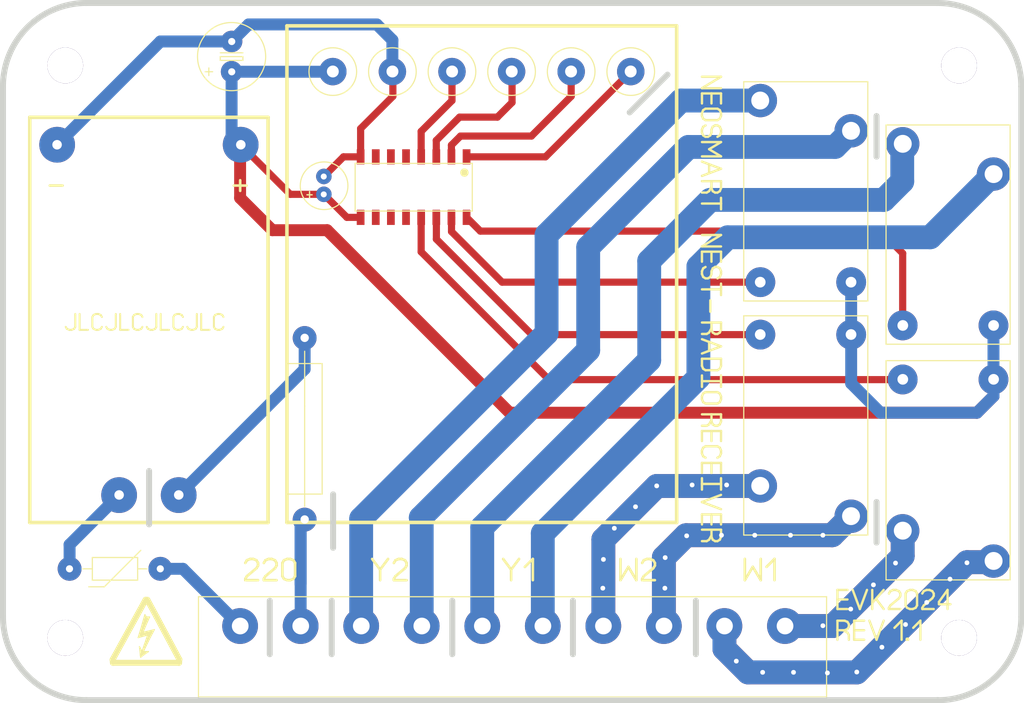
<source format=kicad_pcb>
(kicad_pcb (version 4) (generator "gerbview") (generator_version "8.0")

  (layers 
    (0 F.Cu signal)
    (31 B.Cu signal)
    (32 B.Adhes user)
    (33 F.Adhes user)
    (34 B.Paste user)
    (35 F.Paste user)
    (36 B.SilkS user)
    (37 F.SilkS user)
    (38 B.Mask user)
    (39 F.Mask user)
    (40 Dwgs.User user)
    (41 Cmts.User user)
    (42 Eco1.User user)
    (43 Eco2.User user)
    (44 Edge.Cuts user)
  )

(gr_line (start 23.8473 51.1175) (end 22.7806 51.1175) (layer F.SilkS) (width 0.222))
(gr_line (start 22.7806 51.1175) (end 22.7806 51.0064) (layer F.SilkS) (width 0.222))
(gr_line (start 22.7806 51.0064) (end 22.914 50.7842) (layer F.SilkS) (width 0.222))
(gr_line (start 22.914 50.7842) (end 23.714 50.1175) (layer F.SilkS) (width 0.222))
(gr_line (start 23.714 50.1175) (end 23.8473 49.8953) (layer F.SilkS) (width 0.222))
(gr_line (start 23.8473 49.8953) (end 23.8473 49.673) (layer F.SilkS) (width 0.222))
(gr_line (start 23.8473 49.673) (end 23.714 49.4508) (layer F.SilkS) (width 0.222))
(gr_line (start 23.714 49.4508) (end 23.4473 49.3397) (layer F.SilkS) (width 0.222))
(gr_line (start 23.4473 49.3397) (end 23.1806 49.3397) (layer F.SilkS) (width 0.222))
(gr_line (start 23.1806 49.3397) (end 22.914 49.4508) (layer F.SilkS) (width 0.222))
(gr_line (start 22.914 49.4508) (end 22.7806 49.673) (layer F.SilkS) (width 0.222))
(gr_line (start 25.4029 51.1175) (end 24.3362 51.1175) (layer F.SilkS) (width 0.222))
(gr_line (start 24.3362 51.1175) (end 24.3362 51.0064) (layer F.SilkS) (width 0.222))
(gr_line (start 24.3362 51.0064) (end 24.4696 50.7842) (layer F.SilkS) (width 0.222))
(gr_line (start 24.4696 50.7842) (end 25.2696 50.1175) (layer F.SilkS) (width 0.222))
(gr_line (start 25.2696 50.1175) (end 25.4029 49.8953) (layer F.SilkS) (width 0.222))
(gr_line (start 25.4029 49.8953) (end 25.4029 49.673) (layer F.SilkS) (width 0.222))
(gr_line (start 25.4029 49.673) (end 25.2696 49.4508) (layer F.SilkS) (width 0.222))
(gr_line (start 25.2696 49.4508) (end 25.0029 49.3397) (layer F.SilkS) (width 0.222))
(gr_line (start 25.0029 49.3397) (end 24.7362 49.3397) (layer F.SilkS) (width 0.222))
(gr_line (start 24.7362 49.3397) (end 24.4696 49.4508) (layer F.SilkS) (width 0.222))
(gr_line (start 24.4696 49.4508) (end 24.3362 49.673) (layer F.SilkS) (width 0.222))
(gr_line (start 26.9585 49.673) (end 26.9585 50.7842) (layer F.SilkS) (width 0.222))
(gr_line (start 26.9585 50.7842) (end 26.8252 51.0064) (layer F.SilkS) (width 0.222))
(gr_line (start 26.8252 51.0064) (end 26.5585 51.1175) (layer F.SilkS) (width 0.222))
(gr_line (start 26.5585 51.1175) (end 26.2918 51.1175) (layer F.SilkS) (width 0.222))
(gr_line (start 26.2918 51.1175) (end 26.0252 51.0064) (layer F.SilkS) (width 0.222))
(gr_line (start 26.0252 51.0064) (end 25.8918 50.7842) (layer F.SilkS) (width 0.222))
(gr_line (start 25.8918 50.7842) (end 25.8918 49.673) (layer F.SilkS) (width 0.222))
(gr_line (start 25.8918 49.673) (end 26.0252 49.4508) (layer F.SilkS) (width 0.222))
(gr_line (start 26.0252 49.4508) (end 26.2918 49.3397) (layer F.SilkS) (width 0.222))
(gr_line (start 26.2918 49.3397) (end 26.5585 49.3397) (layer F.SilkS) (width 0.222))
(gr_line (start 26.5585 49.3397) (end 26.8252 49.4508) (layer F.SilkS) (width 0.222))
(gr_line (start 26.8252 49.4508) (end 26.9585 49.673) (layer F.SilkS) (width 0.222))
(gr_line (start 86.9581 31.3197) (end 76.5481 31.3197) (layer F.SilkS) (width 0.1))
(gr_line (start 76.5481 31.3197) (end 76.5481 12.9197) (layer F.SilkS) (width 0.1))
(gr_line (start 76.5481 12.9197) (end 86.9581 12.9197) (layer F.SilkS) (width 0.1))
(gr_line (start 86.9581 12.9197) (end 86.9581 31.3197) (layer F.SilkS) (width 0.1))
(gr_line (start 76.5481 32.6963) (end 86.9581 32.6963) (layer F.SilkS) (width 0.1))
(gr_line (start 86.9581 32.6963) (end 86.958 51.0963) (layer F.SilkS) (width 0.1))
(gr_line (start 86.958 51.0963) (end 76.5481 51.0963) (layer F.SilkS) (width 0.1))
(gr_line (start 76.5481 51.0963) (end 76.5481 32.6963) (layer F.SilkS) (width 0.1))
(gr_line (start 64.6063 28.9337) (end 75.0162 28.9337) (layer F.SilkS) (width 0.1))
(gr_line (start 75.0162 28.9337) (end 75.0162 47.3337) (layer F.SilkS) (width 0.1))
(gr_line (start 75.0162 47.3337) (end 64.6062 47.3337) (layer F.SilkS) (width 0.1))
(gr_line (start 64.6062 47.3337) (end 64.6063 28.9337) (layer F.SilkS) (width 0.1))
(gr_line (start 75.0162 27.6924) (end 64.6062 27.6924) (layer F.SilkS) (width 0.1))
(gr_line (start 64.6062 27.6924) (end 64.6062 9.2924) (layer F.SilkS) (width 0.1))
(gr_line (start 64.6062 9.2924) (end 75.0162 9.2924) (layer F.SilkS) (width 0.1))
(gr_line (start 75.0162 9.2924) (end 75.0162 27.6924) (layer F.SilkS) (width 0.1))
(gr_circle (center 30.1234 8.4414) (end 32.1234 8.4414) (layer F.SilkS) (width 0.1))
(gr_circle (center 35.1234 8.4414) (end 37.1234 8.4414) (layer F.SilkS) (width 0.1))
(gr_circle (center 40.1234 8.4414) (end 42.1234 8.4414) (layer F.SilkS) (width 0.1))
(gr_circle (center 45.1253 8.4414) (end 47.1253 8.4414) (layer F.SilkS) (width 0.1))
(gr_circle (center 50.1253 8.4414) (end 52.1253 8.4414) (layer F.SilkS) (width 0.1))
(gr_circle (center 55.1253 8.4414) (end 57.1253 8.4414) (layer F.SilkS) (width 0.1))
(gr_line (start 58.9756 46.2757) (end 58.9756 4.6038) (layer F.SilkS) (width 0.3))
(gr_line (start 58.9756 4.6038) (end 26.2731 4.6038) (layer F.SilkS) (width 0.3))
(gr_line (start 26.2731 4.6038) (end 26.2731 46.2757) (layer F.SilkS) (width 0.3))
(gr_line (start 26.2731 46.2757) (end 58.9756 46.2757) (layer F.SilkS) (width 0.3))
(gr_line (start 4.6916 46.2795) (end 4.6916 12.2794) (layer F.SilkS) (width 0.3))
(gr_line (start 4.6916 12.2794) (end 24.6915 12.2794) (layer F.SilkS) (width 0.3))
(gr_line (start 24.6915 12.2794) (end 24.6916 46.2794) (layer F.SilkS) (width 0.3))
(gr_line (start 24.6916 46.2794) (end 4.6916 46.2795) (layer F.SilkS) (width 0.3))
(gr_line (start 22.8827 18.0045) (end 21.816 18.0045) (layer F.SilkS) (width 0.222))
(gr_line (start 22.3494 18.4489) (end 22.3494 17.56) (layer F.SilkS) (width 0.222))
(gr_line (start 7.4443 18.0045) (end 6.3777 18.0045) (layer F.SilkS) (width 0.222))
(gr_line (start 27.7601 36.5075) (end 27.7601 44.9274) (layer F.SilkS) (width 0.1))
(gr_line (start 27.7601 31.9075) (end 27.7601 36.5075) (layer F.SilkS) (width 0.1))
(gr_line (start 26.2917 43.8943) (end 26.2917 32.9406) (layer F.SilkS) (width 0.1))
(gr_line (start 26.2917 32.9406) (end 29.2286 32.9406) (layer F.SilkS) (width 0.1))
(gr_line (start 29.2286 32.9406) (end 29.2286 43.8943) (layer F.SilkS) (width 0.1))
(gr_line (start 29.2286 43.8943) (end 26.2917 43.8943) (layer F.SilkS) (width 0.1))
(gr_line (start 41.8273 16.1442) (end 41.8273 20.1442) (layer F.SilkS) (width 0.1))
(gr_line (start 41.8273 20.1442) (end 31.9973 20.1442) (layer F.SilkS) (width 0.1))
(gr_line (start 31.9973 20.1442) (end 31.9973 16.1442) (layer F.SilkS) (width 0.1))
(gr_line (start 31.9973 16.1442) (end 41.8273 16.1442) (layer F.SilkS) (width 0.1))
(gr_circle (center 41.1673 16.9142) (end 41.5173 16.9142)(layer F.SilkS) (width 0) (fill solid) )
(gr_circle (center 29.3918 18.0204) (end 31.3918 18.0204) (layer F.SilkS) (width 0.1))
(gr_line (start 28.1718 18.5104) (end 28.1718 19.0404) (layer F.SilkS) (width 0.11))
(gr_line (start 28.3918 18.7804) (end 27.9518 18.7804) (layer F.SilkS) (width 0.11))
(gr_line (start 22.5796 7.1834) (end 22.5796 7.5034) (layer F.SilkS) (width 0.1))
(gr_line (start 22.5796 7.5034) (end 20.6796 7.5034) (layer F.SilkS) (width 0.1))
(gr_line (start 20.6796 7.5034) (end 20.6796 7.1834) (layer F.SilkS) (width 0.1))
(gr_line (start 20.6796 7.1834) (end 22.5796 7.1834) (layer F.SilkS) (width 0.1))
(gr_circle (center 21.6296 7.1834) (end 24.4896 7.1834) (layer F.SilkS) (width 0.1))
(gr_line (start 20.0396 8.4534) (end 19.4096 8.4534) (layer F.SilkS) (width 0.1))
(gr_line (start 19.7196 8.1334) (end 19.7196 8.7734) (layer F.SilkS) (width 0.1))
(gr_line (start 22.5796 6.8634) (end 20.6796 6.8634) (layer F.SilkS) (width 0.1))
(gr_line (start 8.512 28.7804) (end 8.512 29.8638) (layer F.SilkS) (width 0.167))
(gr_line (start 8.512 29.8638) (end 8.412 30.0304) (layer F.SilkS) (width 0.167))
(gr_line (start 8.412 30.0304) (end 8.212 30.1138) (layer F.SilkS) (width 0.167))
(gr_line (start 8.212 30.1138) (end 8.012 30.1138) (layer F.SilkS) (width 0.167))
(gr_line (start 8.012 30.1138) (end 7.812 30.0304) (layer F.SilkS) (width 0.167))
(gr_line (start 7.812 30.0304) (end 7.712 29.8638) (layer F.SilkS) (width 0.167))
(gr_line (start 8.8787 28.7804) (end 8.8787 30.1138) (layer F.SilkS) (width 0.167))
(gr_line (start 8.8787 30.1138) (end 9.5787 30.1138) (layer F.SilkS) (width 0.167))
(gr_line (start 10.7454 29.8638) (end 10.6454 30.0304) (layer F.SilkS) (width 0.167))
(gr_line (start 10.6454 30.0304) (end 10.4454 30.1138) (layer F.SilkS) (width 0.167))
(gr_line (start 10.4454 30.1138) (end 10.2454 30.1138) (layer F.SilkS) (width 0.167))
(gr_line (start 10.2454 30.1138) (end 10.0454 30.0304) (layer F.SilkS) (width 0.167))
(gr_line (start 10.0454 30.0304) (end 9.9454 29.8638) (layer F.SilkS) (width 0.167))
(gr_line (start 9.9454 29.8638) (end 9.9454 29.0304) (layer F.SilkS) (width 0.167))
(gr_line (start 9.9454 29.0304) (end 10.0454 28.8638) (layer F.SilkS) (width 0.167))
(gr_line (start 10.0454 28.8638) (end 10.2454 28.7804) (layer F.SilkS) (width 0.167))
(gr_line (start 10.2454 28.7804) (end 10.4454 28.7804) (layer F.SilkS) (width 0.167))
(gr_line (start 10.4454 28.7804) (end 10.6454 28.8638) (layer F.SilkS) (width 0.167))
(gr_line (start 10.6454 28.8638) (end 10.7454 29.0304) (layer F.SilkS) (width 0.167))
(gr_line (start 11.9121 28.7804) (end 11.9121 29.8638) (layer F.SilkS) (width 0.167))
(gr_line (start 11.9121 29.8638) (end 11.8121 30.0304) (layer F.SilkS) (width 0.167))
(gr_line (start 11.8121 30.0304) (end 11.6121 30.1138) (layer F.SilkS) (width 0.167))
(gr_line (start 11.6121 30.1138) (end 11.4121 30.1138) (layer F.SilkS) (width 0.167))
(gr_line (start 11.4121 30.1138) (end 11.2121 30.0304) (layer F.SilkS) (width 0.167))
(gr_line (start 11.2121 30.0304) (end 11.1121 29.8638) (layer F.SilkS) (width 0.167))
(gr_line (start 12.2788 28.7804) (end 12.2788 30.1138) (layer F.SilkS) (width 0.167))
(gr_line (start 12.2788 30.1138) (end 12.9788 30.1138) (layer F.SilkS) (width 0.167))
(gr_line (start 14.1455 29.8638) (end 14.0455 30.0304) (layer F.SilkS) (width 0.167))
(gr_line (start 14.0455 30.0304) (end 13.8455 30.1138) (layer F.SilkS) (width 0.167))
(gr_line (start 13.8455 30.1138) (end 13.6455 30.1138) (layer F.SilkS) (width 0.167))
(gr_line (start 13.6455 30.1138) (end 13.4455 30.0304) (layer F.SilkS) (width 0.167))
(gr_line (start 13.4455 30.0304) (end 13.3455 29.8638) (layer F.SilkS) (width 0.167))
(gr_line (start 13.3455 29.8638) (end 13.3455 29.0304) (layer F.SilkS) (width 0.167))
(gr_line (start 13.3455 29.0304) (end 13.4455 28.8638) (layer F.SilkS) (width 0.167))
(gr_line (start 13.4455 28.8638) (end 13.6455 28.7804) (layer F.SilkS) (width 0.167))
(gr_line (start 13.6455 28.7804) (end 13.8455 28.7804) (layer F.SilkS) (width 0.167))
(gr_line (start 13.8455 28.7804) (end 14.0455 28.8638) (layer F.SilkS) (width 0.167))
(gr_line (start 14.0455 28.8638) (end 14.1455 29.0304) (layer F.SilkS) (width 0.167))
(gr_line (start 15.3122 28.7804) (end 15.3122 29.8638) (layer F.SilkS) (width 0.167))
(gr_line (start 15.3122 29.8638) (end 15.2122 30.0304) (layer F.SilkS) (width 0.167))
(gr_line (start 15.2122 30.0304) (end 15.0122 30.1138) (layer F.SilkS) (width 0.167))
(gr_line (start 15.0122 30.1138) (end 14.8122 30.1138) (layer F.SilkS) (width 0.167))
(gr_line (start 14.8122 30.1138) (end 14.6122 30.0304) (layer F.SilkS) (width 0.167))
(gr_line (start 14.6122 30.0304) (end 14.5122 29.8638) (layer F.SilkS) (width 0.167))
(gr_line (start 15.6789 28.7804) (end 15.6789 30.1138) (layer F.SilkS) (width 0.167))
(gr_line (start 15.6789 30.1138) (end 16.3789 30.1138) (layer F.SilkS) (width 0.167))
(gr_line (start 17.5456 29.8638) (end 17.4456 30.0304) (layer F.SilkS) (width 0.167))
(gr_line (start 17.4456 30.0304) (end 17.2456 30.1138) (layer F.SilkS) (width 0.167))
(gr_line (start 17.2456 30.1138) (end 17.0456 30.1138) (layer F.SilkS) (width 0.167))
(gr_line (start 17.0456 30.1138) (end 16.8456 30.0304) (layer F.SilkS) (width 0.167))
(gr_line (start 16.8456 30.0304) (end 16.7456 29.8638) (layer F.SilkS) (width 0.167))
(gr_line (start 16.7456 29.8638) (end 16.7456 29.0304) (layer F.SilkS) (width 0.167))
(gr_line (start 16.7456 29.0304) (end 16.8456 28.8638) (layer F.SilkS) (width 0.167))
(gr_line (start 16.8456 28.8638) (end 17.0456 28.7804) (layer F.SilkS) (width 0.167))
(gr_line (start 17.0456 28.7804) (end 17.2456 28.7804) (layer F.SilkS) (width 0.167))
(gr_line (start 17.2456 28.7804) (end 17.4456 28.8638) (layer F.SilkS) (width 0.167))
(gr_line (start 17.4456 28.8638) (end 17.5456 29.0304) (layer F.SilkS) (width 0.167))
(gr_line (start 18.7123 28.7804) (end 18.7123 29.8638) (layer F.SilkS) (width 0.167))
(gr_line (start 18.7123 29.8638) (end 18.6123 30.0304) (layer F.SilkS) (width 0.167))
(gr_line (start 18.6123 30.0304) (end 18.4123 30.1138) (layer F.SilkS) (width 0.167))
(gr_line (start 18.4123 30.1138) (end 18.2123 30.1138) (layer F.SilkS) (width 0.167))
(gr_line (start 18.2123 30.1138) (end 18.0123 30.0304) (layer F.SilkS) (width 0.167))
(gr_line (start 18.0123 30.0304) (end 17.9123 29.8638) (layer F.SilkS) (width 0.167))
(gr_line (start 19.079 28.7804) (end 19.079 30.1138) (layer F.SilkS) (width 0.167))
(gr_line (start 19.079 30.1138) (end 19.779 30.1138) (layer F.SilkS) (width 0.167))
(gr_line (start 20.9457 29.8638) (end 20.8457 30.0304) (layer F.SilkS) (width 0.167))
(gr_line (start 20.8457 30.0304) (end 20.6457 30.1138) (layer F.SilkS) (width 0.167))
(gr_line (start 20.6457 30.1138) (end 20.4457 30.1138) (layer F.SilkS) (width 0.167))
(gr_line (start 20.4457 30.1138) (end 20.2457 30.0304) (layer F.SilkS) (width 0.167))
(gr_line (start 20.2457 30.0304) (end 20.1457 29.8638) (layer F.SilkS) (width 0.167))
(gr_line (start 20.1457 29.8638) (end 20.1457 29.0304) (layer F.SilkS) (width 0.167))
(gr_line (start 20.1457 29.0304) (end 20.2457 28.8638) (layer F.SilkS) (width 0.167))
(gr_line (start 20.2457 28.8638) (end 20.4457 28.7804) (layer F.SilkS) (width 0.167))
(gr_line (start 20.4457 28.7804) (end 20.6457 28.7804) (layer F.SilkS) (width 0.167))
(gr_line (start 20.6457 28.7804) (end 20.8457 28.8638) (layer F.SilkS) (width 0.167))
(gr_line (start 20.8457 28.8638) (end 20.9457 29.0304) (layer F.SilkS) (width 0.167))
(gr_line (start 73.3092 53.5384) (end 72.4692 53.5384) (layer F.SilkS) (width 0.2))
(gr_line (start 72.4692 53.5384) (end 72.4692 51.9384) (layer F.SilkS) (width 0.2))
(gr_line (start 72.4692 51.9384) (end 73.3092 51.9384) (layer F.SilkS) (width 0.2))
(gr_line (start 72.4692 52.7384) (end 73.3092 52.7384) (layer F.SilkS) (width 0.2))
(gr_line (start 73.7492 51.9384) (end 74.3492 53.5384) (layer F.SilkS) (width 0.2))
(gr_line (start 74.3492 53.5384) (end 74.9492 51.9384) (layer F.SilkS) (width 0.2))
(gr_line (start 75.3892 53.5384) (end 75.3892 51.9384) (layer F.SilkS) (width 0.2))
(gr_line (start 75.3892 53.0384) (end 76.3492 51.9384) (layer F.SilkS) (width 0.2))
(gr_line (start 75.7492 52.7384) (end 76.3492 53.5384) (layer F.SilkS) (width 0.2))
(gr_line (start 77.7492 53.5384) (end 76.7892 53.5384) (layer F.SilkS) (width 0.2))
(gr_line (start 76.7892 53.5384) (end 76.7892 53.4384) (layer F.SilkS) (width 0.2))
(gr_line (start 76.7892 53.4384) (end 76.9092 53.2384) (layer F.SilkS) (width 0.2))
(gr_line (start 76.9092 53.2384) (end 77.6292 52.6384) (layer F.SilkS) (width 0.2))
(gr_line (start 77.6292 52.6384) (end 77.7492 52.4384) (layer F.SilkS) (width 0.2))
(gr_line (start 77.7492 52.4384) (end 77.7492 52.2384) (layer F.SilkS) (width 0.2))
(gr_line (start 77.7492 52.2384) (end 77.6292 52.0384) (layer F.SilkS) (width 0.2))
(gr_line (start 77.6292 52.0384) (end 77.3892 51.9384) (layer F.SilkS) (width 0.2))
(gr_line (start 77.3892 51.9384) (end 77.1492 51.9384) (layer F.SilkS) (width 0.2))
(gr_line (start 77.1492 51.9384) (end 76.9092 52.0384) (layer F.SilkS) (width 0.2))
(gr_line (start 76.9092 52.0384) (end 76.7892 52.2384) (layer F.SilkS) (width 0.2))
(gr_line (start 79.1492 52.2384) (end 79.1492 53.2384) (layer F.SilkS) (width 0.2))
(gr_line (start 79.1492 53.2384) (end 79.0292 53.4384) (layer F.SilkS) (width 0.2))
(gr_line (start 79.0292 53.4384) (end 78.7892 53.5384) (layer F.SilkS) (width 0.2))
(gr_line (start 78.7892 53.5384) (end 78.5492 53.5384) (layer F.SilkS) (width 0.2))
(gr_line (start 78.5492 53.5384) (end 78.3092 53.4384) (layer F.SilkS) (width 0.2))
(gr_line (start 78.3092 53.4384) (end 78.1892 53.2384) (layer F.SilkS) (width 0.2))
(gr_line (start 78.1892 53.2384) (end 78.1892 52.2384) (layer F.SilkS) (width 0.2))
(gr_line (start 78.1892 52.2384) (end 78.3092 52.0384) (layer F.SilkS) (width 0.2))
(gr_line (start 78.3092 52.0384) (end 78.5492 51.9384) (layer F.SilkS) (width 0.2))
(gr_line (start 78.5492 51.9384) (end 78.7892 51.9384) (layer F.SilkS) (width 0.2))
(gr_line (start 78.7892 51.9384) (end 79.0292 52.0384) (layer F.SilkS) (width 0.2))
(gr_line (start 79.0292 52.0384) (end 79.1492 52.2384) (layer F.SilkS) (width 0.2))
(gr_line (start 80.5492 53.5384) (end 79.5892 53.5384) (layer F.SilkS) (width 0.2))
(gr_line (start 79.5892 53.5384) (end 79.5892 53.4384) (layer F.SilkS) (width 0.2))
(gr_line (start 79.5892 53.4384) (end 79.7092 53.2384) (layer F.SilkS) (width 0.2))
(gr_line (start 79.7092 53.2384) (end 80.4292 52.6384) (layer F.SilkS) (width 0.2))
(gr_line (start 80.4292 52.6384) (end 80.5492 52.4384) (layer F.SilkS) (width 0.2))
(gr_line (start 80.5492 52.4384) (end 80.5492 52.2384) (layer F.SilkS) (width 0.2))
(gr_line (start 80.5492 52.2384) (end 80.4292 52.0384) (layer F.SilkS) (width 0.2))
(gr_line (start 80.4292 52.0384) (end 80.1892 51.9384) (layer F.SilkS) (width 0.2))
(gr_line (start 80.1892 51.9384) (end 79.9492 51.9384) (layer F.SilkS) (width 0.2))
(gr_line (start 79.9492 51.9384) (end 79.7092 52.0384) (layer F.SilkS) (width 0.2))
(gr_line (start 79.7092 52.0384) (end 79.5892 52.2384) (layer F.SilkS) (width 0.2))
(gr_line (start 81.7092 53.5384) (end 81.7092 51.9384) (layer F.SilkS) (width 0.2))
(gr_line (start 81.7092 51.9384) (end 80.9892 52.9384) (layer F.SilkS) (width 0.2))
(gr_line (start 80.9892 52.9384) (end 80.9892 53.1384) (layer F.SilkS) (width 0.2))
(gr_line (start 80.9892 53.1384) (end 81.9492 53.1384) (layer F.SilkS) (width 0.2))
(gr_line (start 72.9492 55.3181) (end 73.3092 55.5181) (layer F.SilkS) (width 0.2))
(gr_line (start 73.3092 55.5181) (end 73.4292 55.7181) (layer F.SilkS) (width 0.2))
(gr_line (start 73.4292 55.7181) (end 73.4292 56.1181) (layer F.SilkS) (width 0.2))
(gr_line (start 72.4692 56.1181) (end 72.4692 54.5181) (layer F.SilkS) (width 0.2))
(gr_line (start 72.4692 54.5181) (end 73.0692 54.5181) (layer F.SilkS) (width 0.2))
(gr_line (start 73.0692 54.5181) (end 73.3092 54.6181) (layer F.SilkS) (width 0.2))
(gr_line (start 73.3092 54.6181) (end 73.4292 54.8181) (layer F.SilkS) (width 0.2))
(gr_line (start 73.4292 54.8181) (end 73.4292 55.0181) (layer F.SilkS) (width 0.2))
(gr_line (start 73.4292 55.0181) (end 73.3092 55.2181) (layer F.SilkS) (width 0.2))
(gr_line (start 73.3092 55.2181) (end 73.0692 55.3181) (layer F.SilkS) (width 0.2))
(gr_line (start 73.0692 55.3181) (end 72.4692 55.3181) (layer F.SilkS) (width 0.2))
(gr_line (start 74.7092 56.1181) (end 73.8692 56.1181) (layer F.SilkS) (width 0.2))
(gr_line (start 73.8692 56.1181) (end 73.8692 54.5181) (layer F.SilkS) (width 0.2))
(gr_line (start 73.8692 54.5181) (end 74.7092 54.5181) (layer F.SilkS) (width 0.2))
(gr_line (start 73.8692 55.3181) (end 74.7092 55.3181) (layer F.SilkS) (width 0.2))
(gr_line (start 75.1492 54.5181) (end 75.7492 56.1181) (layer F.SilkS) (width 0.2))
(gr_line (start 75.7492 56.1181) (end 76.3492 54.5181) (layer F.SilkS) (width 0.2))
(gr_line (start 77.2532 55.1181) (end 77.8532 54.5181) (layer F.SilkS) (width 0.2))
(gr_line (start 77.8532 54.5181) (end 77.8532 56.1181) (layer F.SilkS) (width 0.2))
(gr_line (start 78.3892 56.1181) (end 78.2932 56.1181) (layer F.SilkS) (width 0.2))
(gr_line (start 78.2932 56.1181) (end 78.2932 56.0381) (layer F.SilkS) (width 0.2))
(gr_line (start 78.2932 56.0381) (end 78.3892 56.0381) (layer F.SilkS) (width 0.2))
(gr_line (start 78.3892 56.0381) (end 78.3892 56.1181) (layer F.SilkS) (width 0.2))
(gr_line (start 78.3892 56.1181) (end 78.2932 56.1181) (layer F.SilkS) (width 0.2))
(gr_line (start 78.8292 55.1181) (end 79.4292 54.5181) (layer F.SilkS) (width 0.2))
(gr_line (start 79.4292 54.5181) (end 79.4292 56.1181) (layer F.SilkS) (width 0.2))
(gr_line (start 71.5566 52.5066) (end 18.8516 52.5066) (layer F.SilkS) (width 0.1))
(gr_line (start 18.8516 52.5066) (end 18.8516 60.9203) (layer F.SilkS) (width 0.1))
(gr_line (start 18.8516 60.9203) (end 71.5566 60.9203) (layer F.SilkS) (width 0.1))
(gr_line (start 71.5566 60.9203) (end 71.5566 52.5066) (layer F.SilkS) (width 0.1))
(gr_line (start 54.2611 49.3397) (end 54.2611 51.1175) (layer F.SilkS) (width 0.222))
(gr_line (start 54.2611 51.1175) (end 54.9278 50.0064) (layer F.SilkS) (width 0.222))
(gr_line (start 54.9278 50.0064) (end 55.5944 51.1175) (layer F.SilkS) (width 0.222))
(gr_line (start 55.5944 51.1175) (end 55.5944 49.3397) (layer F.SilkS) (width 0.222))
(gr_line (start 57.15 51.1175) (end 56.0833 51.1175) (layer F.SilkS) (width 0.222))
(gr_line (start 56.0833 51.1175) (end 56.0833 51.0064) (layer F.SilkS) (width 0.222))
(gr_line (start 56.0833 51.0064) (end 56.2166 50.7842) (layer F.SilkS) (width 0.222))
(gr_line (start 56.2166 50.7842) (end 57.0166 50.1175) (layer F.SilkS) (width 0.222))
(gr_line (start 57.0166 50.1175) (end 57.15 49.8953) (layer F.SilkS) (width 0.222))
(gr_line (start 57.15 49.8953) (end 57.15 49.673) (layer F.SilkS) (width 0.222))
(gr_line (start 57.15 49.673) (end 57.0166 49.4508) (layer F.SilkS) (width 0.222))
(gr_line (start 57.0166 49.4508) (end 56.75 49.3397) (layer F.SilkS) (width 0.222))
(gr_line (start 56.75 49.3397) (end 56.4833 49.3397) (layer F.SilkS) (width 0.222))
(gr_line (start 56.4833 49.3397) (end 56.2166 49.4508) (layer F.SilkS) (width 0.222))
(gr_line (start 56.2166 49.4508) (end 56.0833 49.673) (layer F.SilkS) (width 0.222))
(gr_line (start 64.6989 49.3359) (end 64.6989 51.1137) (layer F.SilkS) (width 0.222))
(gr_line (start 64.6989 51.1137) (end 65.3656 50.0026) (layer F.SilkS) (width 0.222))
(gr_line (start 65.3656 50.0026) (end 66.0322 51.1137) (layer F.SilkS) (width 0.222))
(gr_line (start 66.0322 51.1137) (end 66.0322 49.3359) (layer F.SilkS) (width 0.222))
(gr_line (start 66.5211 50.0026) (end 67.1878 49.3359) (layer F.SilkS) (width 0.222))
(gr_line (start 67.1878 49.3359) (end 67.1878 51.1137) (layer F.SilkS) (width 0.222))
(gr_line (start 33.4252 49.3398) (end 34.0919 50.2286) (layer F.SilkS) (width 0.222))
(gr_line (start 34.0919 50.2286) (end 34.0919 51.1175) (layer F.SilkS) (width 0.222))
(gr_line (start 34.0919 50.2286) (end 34.7585 49.3398) (layer F.SilkS) (width 0.222))
(gr_line (start 36.3141 51.1175) (end 35.2474 51.1175) (layer F.SilkS) (width 0.222))
(gr_line (start 35.2474 51.1175) (end 35.2474 51.0064) (layer F.SilkS) (width 0.222))
(gr_line (start 35.2474 51.0064) (end 35.3807 50.7842) (layer F.SilkS) (width 0.222))
(gr_line (start 35.3807 50.7842) (end 36.1807 50.1175) (layer F.SilkS) (width 0.222))
(gr_line (start 36.1807 50.1175) (end 36.3141 49.8953) (layer F.SilkS) (width 0.222))
(gr_line (start 36.3141 49.8953) (end 36.3141 49.6731) (layer F.SilkS) (width 0.222))
(gr_line (start 36.3141 49.6731) (end 36.1807 49.4509) (layer F.SilkS) (width 0.222))
(gr_line (start 36.1807 49.4509) (end 35.9141 49.3398) (layer F.SilkS) (width 0.222))
(gr_line (start 35.9141 49.3398) (end 35.6474 49.3398) (layer F.SilkS) (width 0.222))
(gr_line (start 35.6474 49.3398) (end 35.3807 49.4509) (layer F.SilkS) (width 0.222))
(gr_line (start 35.3807 49.4509) (end 35.2474 49.6731) (layer F.SilkS) (width 0.222))
(gr_line (start 44.4186 49.3389) (end 45.0853 50.2278) (layer F.SilkS) (width 0.222))
(gr_line (start 45.0853 50.2278) (end 45.0853 51.1167) (layer F.SilkS) (width 0.222))
(gr_line (start 45.0853 50.2278) (end 45.752 49.3389) (layer F.SilkS) (width 0.222))
(gr_line (start 46.2408 50.0056) (end 46.9075 49.3389) (layer F.SilkS) (width 0.222))
(gr_line (start 46.9075 49.3389) (end 46.9075 51.1167) (layer F.SilkS) (width 0.222))
(gr_line (start 9.9454 51.1152) (end 9.9454 49.2152) (layer F.SilkS) (width 0.1))
(gr_line (start 9.9454 49.2152) (end 13.7454 49.2152) (layer F.SilkS) (width 0.1))
(gr_line (start 13.7454 49.2152) (end 13.7454 51.1152) (layer F.SilkS) (width 0.1))
(gr_line (start 13.7454 51.1152) (end 9.9454 51.1152) (layer F.SilkS) (width 0.1))
(gr_line (start 9.9354 50.1652) (end 9.1454 50.1652) (layer F.SilkS) (width 0.1))
(gr_line (start 13.7454 50.1652) (end 14.5354 50.1652) (layer F.SilkS) (width 0.1))
(gr_line (start 9.6441 51.6731) (end 10.9538 51.6731) (layer F.SilkS) (width 0.1))
(gr_line (start 10.9538 51.6731) (end 14.0097 48.6172) (layer F.SilkS) (width 0.1))
(gr_line (start 14.4125 52.7653) (end 11.6462 57.7891) (layer F.SilkS) (width 0.5))
(gr_line (start 11.6462 57.7891) (end 11.6697 58.0503) (layer F.SilkS) (width 0.5))
(gr_line (start 11.6697 58.0503) (end 17.2222 58.0503) (layer F.SilkS) (width 0.5))
(gr_line (start 17.2222 58.0503) (end 17.2244 58.0481) (layer F.SilkS) (width 0.5))
(gr_line (start 14.4125 52.7653) (end 14.5644 52.7681) (layer F.SilkS) (width 0.5))
(gr_line (start 14.5644 52.7681) (end 15.3425 54.2062) (layer F.SilkS) (width 0.5))
(gr_line (start 15.3425 54.2062) (end 17.2444 57.7681) (layer F.SilkS) (width 0.5))
(gr_line (start 17.2444 57.7681) (end 17.2244 58.0481) (layer F.SilkS) (width 0.5))
(gr_line (start 14.3544 54.0181) (end 14.0244 55.1881) (layer F.SilkS) (width 0.1))
(gr_line (start 14.0244 55.1881) (end 13.7944 55.9381) (layer F.SilkS) (width 0.1))
(gr_line (start 14.3544 54.0181) (end 14.4844 54.2081) (layer F.SilkS) (width 0.1))
(gr_line (start 14.4844 54.2081) (end 14.7444 54.2081) (layer F.SilkS) (width 0.1))
(gr_line (start 14.7444 54.2081) (end 14.4144 54.9481) (layer F.SilkS) (width 0.1))
(gr_line (start 14.4144 54.9481) (end 14.1944 55.4881) (layer F.SilkS) (width 0.1))
(gr_line (start 13.7944 55.9381) (end 14.5944 55.7081) (layer F.SilkS) (width 0.1))
(gr_line (start 14.2344 55.4881) (end 14.8044 55.3581) (layer F.SilkS) (width 0.1))
(gr_line (start 14.8044 55.3581) (end 15.1444 55.2681) (layer F.SilkS) (width 0.1))
(gr_line (start 15.1444 55.2681) (end 14.7244 56.0681) (layer F.SilkS) (width 0.1))
(gr_line (start 14.7244 56.0681) (end 14.2544 57.0481) (layer F.SilkS) (width 0.1))
(gr_line (start 14.5944 55.7081) (end 14.3044 56.5581) (layer F.SilkS) (width 0.1))
(gr_line (start 14.3044 56.5581) (end 14.1444 57.0181) (layer F.SilkS) (width 0.1))
(gr_line (start 14.2744 57.1081) (end 14.6444 57.1081) (layer F.SilkS) (width 0.1))
(gr_line (start 14.6544 57.1081) (end 14.3444 57.3181) (layer F.SilkS) (width 0.1))
(gr_line (start 14.3444 57.3181) (end 14.0044 57.5781) (layer F.SilkS) (width 0.1))
(gr_line (start 14.1044 57.0781) (end 14.0444 56.9881) (layer F.SilkS) (width 0.1))
(gr_line (start 14.0444 56.9881) (end 13.9044 56.7081) (layer F.SilkS) (width 0.1))
(gr_line (start 13.8944 56.7081) (end 13.9444 57.0481) (layer F.SilkS) (width 0.1))
(gr_line (start 13.9444 57.0481) (end 13.9744 57.4081) (layer F.SilkS) (width 0.1))
(gr_line (start 13.9744 57.4081) (end 13.9944 57.5781) (layer F.SilkS) (width 0.1))
(gr_line (start 14.3544 54.1381) (end 14.3544 54.1581) (layer F.SilkS) (width 0.1))
(gr_line (start 14.3544 54.1581) (end 14.4744 54.2781) (layer F.SilkS) (width 0.1))
(gr_line (start 14.4744 54.2781) (end 14.6344 54.2781) (layer F.SilkS) (width 0.1))
(gr_line (start 14.6344 54.2781) (end 14.6444 54.2681) (layer F.SilkS) (width 0.1))
(gr_line (start 14.6444 54.2681) (end 14.3144 54.9981) (layer F.SilkS) (width 0.1))
(gr_line (start 14.3144 54.9981) (end 14.1344 55.5081) (layer F.SilkS) (width 0.1))
(gr_line (start 14.3444 54.2481) (end 14.3944 54.3281) (layer F.SilkS) (width 0.1))
(gr_line (start 14.3944 54.3281) (end 14.5344 54.3581) (layer F.SilkS) (width 0.1))
(gr_line (start 14.3444 54.3381) (end 14.0744 55.2681) (layer F.SilkS) (width 0.1))
(gr_line (start 14.0744 55.2681) (end 13.8844 55.8581) (layer F.SilkS) (width 0.1))
(gr_line (start 14.4144 54.3881) (end 14.1044 55.3781) (layer F.SilkS) (width 0.1))
(gr_line (start 14.1044 55.3781) (end 13.9644 55.8181) (layer F.SilkS) (width 0.1))
(gr_line (start 14.4944 54.4081) (end 14.3844 54.6781) (layer F.SilkS) (width 0.1))
(gr_line (start 14.3844 54.6781) (end 14.3144 54.8981) (layer F.SilkS) (width 0.1))
(gr_line (start 14.1144 55.5581) (end 14.8144 55.4381) (layer F.SilkS) (width 0.1))
(gr_line (start 14.8144 55.4381) (end 15.0444 55.3581) (layer F.SilkS) (width 0.1))
(gr_line (start 14.0944 55.6281) (end 14.7944 55.5181) (layer F.SilkS) (width 0.1))
(gr_line (start 14.7944 55.5181) (end 14.9944 55.4381) (layer F.SilkS) (width 0.1))
(gr_line (start 14.0644 55.6981) (end 14.7644 55.5981) (layer F.SilkS) (width 0.1))
(gr_line (start 14.7644 55.5981) (end 14.9544 55.5181) (layer F.SilkS) (width 0.1))
(gr_line (start 14.0244 55.7781) (end 14.7344 55.6681) (layer F.SilkS) (width 0.1))
(gr_line (start 14.7344 55.6681) (end 14.9044 55.5981) (layer F.SilkS) (width 0.1))
(gr_line (start 14.6644 55.7281) (end 14.3944 56.5081) (layer F.SilkS) (width 0.1))
(gr_line (start 14.3944 56.5081) (end 14.2044 57.0381) (layer F.SilkS) (width 0.1))
(gr_line (start 14.3944 56.6281) (end 14.6044 56.1281) (layer F.SilkS) (width 0.1))
(gr_line (start 14.6044 56.1281) (end 14.7544 55.7281) (layer F.SilkS) (width 0.1))
(gr_line (start 14.7044 55.9881) (end 14.7744 55.8381) (layer F.SilkS) (width 0.1))
(gr_line (start 14.7744 55.8381) (end 14.8544 55.6781) (layer F.SilkS) (width 0.1))
(gr_line (start 13.9944 57.0081) (end 14.0644 57.3881) (layer F.SilkS) (width 0.1))
(gr_line (start 14.0644 57.3881) (end 14.0544 57.4881) (layer F.SilkS) (width 0.1))
(gr_line (start 14.0544 57.1181) (end 14.1144 57.3381) (layer F.SilkS) (width 0.1))
(gr_line (start 14.1144 57.3381) (end 14.1344 57.4181) (layer F.SilkS) (width 0.1))
(gr_line (start 14.1244 57.1281) (end 14.1644 57.2881) (layer F.SilkS) (width 0.1))
(gr_line (start 14.1644 57.2881) (end 14.1944 57.3581) (layer F.SilkS) (width 0.1))
(gr_line (start 14.1644 57.0781) (end 14.2244 57.2281) (layer F.SilkS) (width 0.1))
(gr_line (start 14.2244 57.2281) (end 14.2444 57.3081) (layer F.SilkS) (width 0.1))
(gr_line (start 14.2244 57.0981) (end 14.2944 57.2081) (layer F.SilkS) (width 0.1))
(gr_line (start 14.2944 57.2081) (end 14.3144 57.2781) (layer F.SilkS) (width 0.1))
(gr_line (start 14.2944 57.2081) (end 14.3744 57.1881) (layer F.SilkS) (width 0.1))
(gr_line (start 14.3744 57.1881) (end 14.3744 57.2281) (layer F.SilkS) (width 0.1))
(gr_line (start 14.3744 57.2281) (end 14.5044 57.1581) (layer F.SilkS) (width 0.1))
(gr_line (start 61.0996 8.8747) (end 62.6996 8.8747) (layer F.SilkS) (width 0.2))
(gr_line (start 62.6996 8.8747) (end 61.0996 9.8347) (layer F.SilkS) (width 0.2))
(gr_line (start 61.0996 9.8347) (end 62.6996 9.8347) (layer F.SilkS) (width 0.2))
(gr_line (start 61.0996 11.1147) (end 61.0996 10.2747) (layer F.SilkS) (width 0.2))
(gr_line (start 61.0996 10.2747) (end 62.6996 10.2747) (layer F.SilkS) (width 0.2))
(gr_line (start 62.6996 10.2747) (end 62.6996 11.1147) (layer F.SilkS) (width 0.2))
(gr_line (start 61.8996 10.2747) (end 61.8996 11.1147) (layer F.SilkS) (width 0.2))
(gr_line (start 62.3996 12.5147) (end 61.3996 12.5147) (layer F.SilkS) (width 0.2))
(gr_line (start 61.3996 12.5147) (end 61.1996 12.3947) (layer F.SilkS) (width 0.2))
(gr_line (start 61.1996 12.3947) (end 61.0996 12.1547) (layer F.SilkS) (width 0.2))
(gr_line (start 61.0996 12.1547) (end 61.0996 11.9147) (layer F.SilkS) (width 0.2))
(gr_line (start 61.0996 11.9147) (end 61.1996 11.6747) (layer F.SilkS) (width 0.2))
(gr_line (start 61.1996 11.6747) (end 61.3996 11.5547) (layer F.SilkS) (width 0.2))
(gr_line (start 61.3996 11.5547) (end 62.3996 11.5547) (layer F.SilkS) (width 0.2))
(gr_line (start 62.3996 11.5547) (end 62.5996 11.6747) (layer F.SilkS) (width 0.2))
(gr_line (start 62.5996 11.6747) (end 62.6996 11.9147) (layer F.SilkS) (width 0.2))
(gr_line (start 62.6996 11.9147) (end 62.6996 12.1547) (layer F.SilkS) (width 0.2))
(gr_line (start 62.6996 12.1547) (end 62.5996 12.3947) (layer F.SilkS) (width 0.2))
(gr_line (start 62.5996 12.3947) (end 62.3996 12.5147) (layer F.SilkS) (width 0.2))
(gr_line (start 61.3996 12.9547) (end 61.1996 13.0747) (layer F.SilkS) (width 0.2))
(gr_line (start 61.1996 13.0747) (end 61.0996 13.3147) (layer F.SilkS) (width 0.2))
(gr_line (start 61.0996 13.3147) (end 61.0996 13.5547) (layer F.SilkS) (width 0.2))
(gr_line (start 61.0996 13.5547) (end 61.1996 13.7947) (layer F.SilkS) (width 0.2))
(gr_line (start 61.1996 13.7947) (end 61.3996 13.9147) (layer F.SilkS) (width 0.2))
(gr_line (start 61.3996 13.9147) (end 61.5996 13.9147) (layer F.SilkS) (width 0.2))
(gr_line (start 61.5996 13.9147) (end 61.7996 13.7947) (layer F.SilkS) (width 0.2))
(gr_line (start 61.7996 13.7947) (end 61.8996 13.5547) (layer F.SilkS) (width 0.2))
(gr_line (start 61.8996 13.5547) (end 61.8996 13.3147) (layer F.SilkS) (width 0.2))
(gr_line (start 61.8996 13.3147) (end 61.9996 13.0747) (layer F.SilkS) (width 0.2))
(gr_line (start 61.9996 13.0747) (end 62.1996 12.9547) (layer F.SilkS) (width 0.2))
(gr_line (start 62.1996 12.9547) (end 62.3996 12.9547) (layer F.SilkS) (width 0.2))
(gr_line (start 62.3996 12.9547) (end 62.5996 13.0747) (layer F.SilkS) (width 0.2))
(gr_line (start 62.5996 13.0747) (end 62.6996 13.3147) (layer F.SilkS) (width 0.2))
(gr_line (start 62.6996 13.3147) (end 62.6996 13.5547) (layer F.SilkS) (width 0.2))
(gr_line (start 62.6996 13.5547) (end 62.5996 13.7947) (layer F.SilkS) (width 0.2))
(gr_line (start 62.5996 13.7947) (end 62.3996 13.9147) (layer F.SilkS) (width 0.2))
(gr_line (start 61.0996 14.3547) (end 62.6996 14.3547) (layer F.SilkS) (width 0.2))
(gr_line (start 62.6996 14.3547) (end 61.6996 14.9547) (layer F.SilkS) (width 0.2))
(gr_line (start 61.6996 14.9547) (end 62.6996 15.5547) (layer F.SilkS) (width 0.2))
(gr_line (start 62.6996 15.5547) (end 61.0996 15.5547) (layer F.SilkS) (width 0.2))
(gr_line (start 61.0996 15.9947) (end 62.6996 16.5947) (layer F.SilkS) (width 0.2))
(gr_line (start 62.6996 16.5947) (end 61.0996 17.1947) (layer F.SilkS) (width 0.2))
(gr_line (start 61.6996 16.2347) (end 61.6996 16.9547) (layer F.SilkS) (width 0.2))
(gr_line (start 61.8996 18.1147) (end 61.6996 18.4747) (layer F.SilkS) (width 0.2))
(gr_line (start 61.6996 18.4747) (end 61.4996 18.5947) (layer F.SilkS) (width 0.2))
(gr_line (start 61.4996 18.5947) (end 61.0996 18.5947) (layer F.SilkS) (width 0.2))
(gr_line (start 61.0996 17.6347) (end 62.6996 17.6347) (layer F.SilkS) (width 0.2))
(gr_line (start 62.6996 17.6347) (end 62.6996 18.2347) (layer F.SilkS) (width 0.2))
(gr_line (start 62.6996 18.2347) (end 62.5996 18.4747) (layer F.SilkS) (width 0.2))
(gr_line (start 62.5996 18.4747) (end 62.3996 18.5947) (layer F.SilkS) (width 0.2))
(gr_line (start 62.3996 18.5947) (end 62.1996 18.5947) (layer F.SilkS) (width 0.2))
(gr_line (start 62.1996 18.5947) (end 61.9996 18.4747) (layer F.SilkS) (width 0.2))
(gr_line (start 61.9996 18.4747) (end 61.8996 18.2347) (layer F.SilkS) (width 0.2))
(gr_line (start 61.8996 18.2347) (end 61.8996 17.6347) (layer F.SilkS) (width 0.2))
(gr_line (start 61.0996 19.5147) (end 62.6996 19.5147) (layer F.SilkS) (width 0.2))
(gr_line (start 62.6996 19.0347) (end 62.6996 19.9947) (layer F.SilkS) (width 0.2))
(gr_line (start 61.0996 22.1541) (end 62.6996 22.1541) (layer F.SilkS) (width 0.2))
(gr_line (start 62.6996 22.1541) (end 61.0996 23.1141) (layer F.SilkS) (width 0.2))
(gr_line (start 61.0996 23.1141) (end 62.6996 23.1141) (layer F.SilkS) (width 0.2))
(gr_line (start 61.0996 24.3941) (end 61.0996 23.5541) (layer F.SilkS) (width 0.2))
(gr_line (start 61.0996 23.5541) (end 62.6996 23.5541) (layer F.SilkS) (width 0.2))
(gr_line (start 62.6996 23.5541) (end 62.6996 24.3941) (layer F.SilkS) (width 0.2))
(gr_line (start 61.8996 23.5541) (end 61.8996 24.3941) (layer F.SilkS) (width 0.2))
(gr_line (start 61.3996 24.8341) (end 61.1996 24.9541) (layer F.SilkS) (width 0.2))
(gr_line (start 61.1996 24.9541) (end 61.0996 25.1941) (layer F.SilkS) (width 0.2))
(gr_line (start 61.0996 25.1941) (end 61.0996 25.4341) (layer F.SilkS) (width 0.2))
(gr_line (start 61.0996 25.4341) (end 61.1996 25.6741) (layer F.SilkS) (width 0.2))
(gr_line (start 61.1996 25.6741) (end 61.3996 25.7941) (layer F.SilkS) (width 0.2))
(gr_line (start 61.3996 25.7941) (end 61.5996 25.7941) (layer F.SilkS) (width 0.2))
(gr_line (start 61.5996 25.7941) (end 61.7996 25.6741) (layer F.SilkS) (width 0.2))
(gr_line (start 61.7996 25.6741) (end 61.8996 25.4341) (layer F.SilkS) (width 0.2))
(gr_line (start 61.8996 25.4341) (end 61.8996 25.1941) (layer F.SilkS) (width 0.2))
(gr_line (start 61.8996 25.1941) (end 61.9996 24.9541) (layer F.SilkS) (width 0.2))
(gr_line (start 61.9996 24.9541) (end 62.1996 24.8341) (layer F.SilkS) (width 0.2))
(gr_line (start 62.1996 24.8341) (end 62.3996 24.8341) (layer F.SilkS) (width 0.2))
(gr_line (start 62.3996 24.8341) (end 62.5996 24.9541) (layer F.SilkS) (width 0.2))
(gr_line (start 62.5996 24.9541) (end 62.6996 25.1941) (layer F.SilkS) (width 0.2))
(gr_line (start 62.6996 25.1941) (end 62.6996 25.4341) (layer F.SilkS) (width 0.2))
(gr_line (start 62.6996 25.4341) (end 62.5996 25.6741) (layer F.SilkS) (width 0.2))
(gr_line (start 62.5996 25.6741) (end 62.3996 25.7941) (layer F.SilkS) (width 0.2))
(gr_line (start 61.0996 26.7141) (end 62.6996 26.7141) (layer F.SilkS) (width 0.2))
(gr_line (start 62.6996 26.2341) (end 62.6996 27.1941) (layer F.SilkS) (width 0.2))
(gr_line (start 61.7996 27.6341) (end 61.7996 28.5941) (layer F.SilkS) (width 0.2))
(gr_line (start 61.8996 29.9781) (end 61.6996 30.3381) (layer F.SilkS) (width 0.2))
(gr_line (start 61.6996 30.3381) (end 61.4996 30.4581) (layer F.SilkS) (width 0.2))
(gr_line (start 61.4996 30.4581) (end 61.0996 30.4581) (layer F.SilkS) (width 0.2))
(gr_line (start 61.0996 29.4981) (end 62.6996 29.4981) (layer F.SilkS) (width 0.2))
(gr_line (start 62.6996 29.4981) (end 62.6996 30.0981) (layer F.SilkS) (width 0.2))
(gr_line (start 62.6996 30.0981) (end 62.5996 30.3381) (layer F.SilkS) (width 0.2))
(gr_line (start 62.5996 30.3381) (end 62.3996 30.4581) (layer F.SilkS) (width 0.2))
(gr_line (start 62.3996 30.4581) (end 62.1996 30.4581) (layer F.SilkS) (width 0.2))
(gr_line (start 62.1996 30.4581) (end 61.9996 30.3381) (layer F.SilkS) (width 0.2))
(gr_line (start 61.9996 30.3381) (end 61.8996 30.0981) (layer F.SilkS) (width 0.2))
(gr_line (start 61.8996 30.0981) (end 61.8996 29.4981) (layer F.SilkS) (width 0.2))
(gr_line (start 61.0996 30.8981) (end 62.6996 31.4981) (layer F.SilkS) (width 0.2))
(gr_line (start 62.6996 31.4981) (end 61.0996 32.0981) (layer F.SilkS) (width 0.2))
(gr_line (start 61.6996 31.1381) (end 61.6996 31.8581) (layer F.SilkS) (width 0.2))
(gr_line (start 61.0996 32.5381) (end 62.6996 32.5381) (layer F.SilkS) (width 0.2))
(gr_line (start 62.6996 32.5381) (end 62.6996 33.1381) (layer F.SilkS) (width 0.2))
(gr_line (start 62.6996 33.1381) (end 62.5996 33.3781) (layer F.SilkS) (width 0.2))
(gr_line (start 62.5996 33.3781) (end 62.3996 33.4981) (layer F.SilkS) (width 0.2))
(gr_line (start 62.3996 33.4981) (end 61.3996 33.4981) (layer F.SilkS) (width 0.2))
(gr_line (start 61.3996 33.4981) (end 61.1996 33.3781) (layer F.SilkS) (width 0.2))
(gr_line (start 61.1996 33.3781) (end 61.0996 33.1381) (layer F.SilkS) (width 0.2))
(gr_line (start 61.0996 33.1381) (end 61.0996 32.5381) (layer F.SilkS) (width 0.2))
(gr_line (start 61.0996 33.9381) (end 61.0996 34.8981) (layer F.SilkS) (width 0.2))
(gr_line (start 61.0996 34.4181) (end 62.6996 34.4181) (layer F.SilkS) (width 0.2))
(gr_line (start 62.6996 33.9381) (end 62.6996 34.8981) (layer F.SilkS) (width 0.2))
(gr_line (start 62.3996 36.2981) (end 61.3996 36.2981) (layer F.SilkS) (width 0.2))
(gr_line (start 61.3996 36.2981) (end 61.1996 36.1781) (layer F.SilkS) (width 0.2))
(gr_line (start 61.1996 36.1781) (end 61.0996 35.9381) (layer F.SilkS) (width 0.2))
(gr_line (start 61.0996 35.9381) (end 61.0996 35.6981) (layer F.SilkS) (width 0.2))
(gr_line (start 61.0996 35.6981) (end 61.1996 35.4581) (layer F.SilkS) (width 0.2))
(gr_line (start 61.1996 35.4581) (end 61.3996 35.3381) (layer F.SilkS) (width 0.2))
(gr_line (start 61.3996 35.3381) (end 62.3996 35.3381) (layer F.SilkS) (width 0.2))
(gr_line (start 62.3996 35.3381) (end 62.5996 35.4581) (layer F.SilkS) (width 0.2))
(gr_line (start 62.5996 35.4581) (end 62.6996 35.6981) (layer F.SilkS) (width 0.2))
(gr_line (start 62.6996 35.6981) (end 62.6996 35.9381) (layer F.SilkS) (width 0.2))
(gr_line (start 62.6996 35.9381) (end 62.5996 36.1781) (layer F.SilkS) (width 0.2))
(gr_line (start 62.5996 36.1781) (end 62.3996 36.2981) (layer F.SilkS) (width 0.2))
(gr_line (start 61.8996 37.6821) (end 61.6996 38.0421) (layer F.SilkS) (width 0.2))
(gr_line (start 61.6996 38.0421) (end 61.4996 38.1621) (layer F.SilkS) (width 0.2))
(gr_line (start 61.4996 38.1621) (end 61.0996 38.1621) (layer F.SilkS) (width 0.2))
(gr_line (start 61.0996 37.2021) (end 62.6996 37.2021) (layer F.SilkS) (width 0.2))
(gr_line (start 62.6996 37.2021) (end 62.6996 37.8021) (layer F.SilkS) (width 0.2))
(gr_line (start 62.6996 37.8021) (end 62.5996 38.0421) (layer F.SilkS) (width 0.2))
(gr_line (start 62.5996 38.0421) (end 62.3996 38.1621) (layer F.SilkS) (width 0.2))
(gr_line (start 62.3996 38.1621) (end 62.1996 38.1621) (layer F.SilkS) (width 0.2))
(gr_line (start 62.1996 38.1621) (end 61.9996 38.0421) (layer F.SilkS) (width 0.2))
(gr_line (start 61.9996 38.0421) (end 61.8996 37.8021) (layer F.SilkS) (width 0.2))
(gr_line (start 61.8996 37.8021) (end 61.8996 37.2021) (layer F.SilkS) (width 0.2))
(gr_line (start 61.0996 39.4421) (end 61.0996 38.6021) (layer F.SilkS) (width 0.2))
(gr_line (start 61.0996 38.6021) (end 62.6996 38.6021) (layer F.SilkS) (width 0.2))
(gr_line (start 62.6996 38.6021) (end 62.6996 39.4421) (layer F.SilkS) (width 0.2))
(gr_line (start 61.8996 38.6021) (end 61.8996 39.4421) (layer F.SilkS) (width 0.2))
(gr_line (start 61.3996 40.8421) (end 61.1996 40.7221) (layer F.SilkS) (width 0.2))
(gr_line (start 61.1996 40.7221) (end 61.0996 40.4821) (layer F.SilkS) (width 0.2))
(gr_line (start 61.0996 40.4821) (end 61.0996 40.2421) (layer F.SilkS) (width 0.2))
(gr_line (start 61.0996 40.2421) (end 61.1996 40.0021) (layer F.SilkS) (width 0.2))
(gr_line (start 61.1996 40.0021) (end 61.3996 39.8821) (layer F.SilkS) (width 0.2))
(gr_line (start 61.3996 39.8821) (end 62.3996 39.8821) (layer F.SilkS) (width 0.2))
(gr_line (start 62.3996 39.8821) (end 62.5996 40.0021) (layer F.SilkS) (width 0.2))
(gr_line (start 62.5996 40.0021) (end 62.6996 40.2421) (layer F.SilkS) (width 0.2))
(gr_line (start 62.6996 40.2421) (end 62.6996 40.4821) (layer F.SilkS) (width 0.2))
(gr_line (start 62.6996 40.4821) (end 62.5996 40.7221) (layer F.SilkS) (width 0.2))
(gr_line (start 62.5996 40.7221) (end 62.3996 40.8421) (layer F.SilkS) (width 0.2))
(gr_line (start 61.0996 42.1221) (end 61.0996 41.2821) (layer F.SilkS) (width 0.2))
(gr_line (start 61.0996 41.2821) (end 62.6996 41.2821) (layer F.SilkS) (width 0.2))
(gr_line (start 62.6996 41.2821) (end 62.6996 42.1221) (layer F.SilkS) (width 0.2))
(gr_line (start 61.8996 41.2821) (end 61.8996 42.1221) (layer F.SilkS) (width 0.2))
(gr_line (start 61.0996 42.5621) (end 61.0996 43.5221) (layer F.SilkS) (width 0.2))
(gr_line (start 61.0996 43.0421) (end 62.6996 43.0421) (layer F.SilkS) (width 0.2))
(gr_line (start 62.6996 42.5621) (end 62.6996 43.5221) (layer F.SilkS) (width 0.2))
(gr_line (start 62.6996 43.9621) (end 61.0996 44.5621) (layer F.SilkS) (width 0.2))
(gr_line (start 61.0996 44.5621) (end 62.6996 45.1621) (layer F.SilkS) (width 0.2))
(gr_line (start 61.0996 46.4421) (end 61.0996 45.6021) (layer F.SilkS) (width 0.2))
(gr_line (start 61.0996 45.6021) (end 62.6996 45.6021) (layer F.SilkS) (width 0.2))
(gr_line (start 62.6996 45.6021) (end 62.6996 46.4421) (layer F.SilkS) (width 0.2))
(gr_line (start 61.8996 45.6021) (end 61.8996 46.4421) (layer F.SilkS) (width 0.2))
(gr_line (start 61.8996 47.3621) (end 61.6996 47.7221) (layer F.SilkS) (width 0.2))
(gr_line (start 61.6996 47.7221) (end 61.4996 47.8421) (layer F.SilkS) (width 0.2))
(gr_line (start 61.4996 47.8421) (end 61.0996 47.8421) (layer F.SilkS) (width 0.2))
(gr_line (start 61.0996 46.8821) (end 62.6996 46.8821) (layer F.SilkS) (width 0.2))
(gr_line (start 62.6996 46.8821) (end 62.6996 47.4821) (layer F.SilkS) (width 0.2))
(gr_line (start 62.6996 47.4821) (end 62.5996 47.7221) (layer F.SilkS) (width 0.2))
(gr_line (start 62.5996 47.7221) (end 62.3996 47.8421) (layer F.SilkS) (width 0.2))
(gr_line (start 62.3996 47.8421) (end 62.1996 47.8421) (layer F.SilkS) (width 0.2))
(gr_line (start 62.1996 47.8421) (end 61.9996 47.7221) (layer F.SilkS) (width 0.2))
(gr_line (start 61.9996 47.7221) (end 61.8996 47.4821) (layer F.SilkS) (width 0.2))
(gr_line (start 61.8996 47.4821) (end 61.8996 46.8821) (layer F.SilkS) (width 0.2))
(gr_arc (start 9.4457 9.6837) (end 2.4457 9.6837) (angle 90) (layer Edge.Cuts) (width 0.5))
(gr_arc (start 9.4478 54.1854) (end 9.4478 61.1854) (angle 90) (layer Edge.Cuts) (width 0.5))
(gr_line (start 2.4457 9.6837) (end 2.4457 54.1675) (layer Edge.Cuts) (width 0.5))
(gr_line (start 2.4457 54.1675) (end 2.4478 54.1854) (layer Edge.Cuts) (width 0.5))
(gr_arc (start 80.8972 54.1898) (end 87.8972 54.1898) (angle 90) (layer Edge.Cuts) (width 0.5))
(gr_arc (start 80.8952 9.688) (end 80.8952 2.688) (angle 90) (layer Edge.Cuts) (width 0.5))
(gr_line (start 87.8972 54.1898) (end 87.8972 9.706) (layer Edge.Cuts) (width 0.5))
(gr_line (start 87.8972 9.706) (end 87.8952 9.688) (layer Edge.Cuts) (width 0.5))
(gr_line (start 9.4457 2.6837) (end 80.8708 2.6837) (layer Edge.Cuts) (width 0.5))
(gr_line (start 80.8708 2.6837) (end 80.8952 2.688) (layer Edge.Cuts) (width 0.5))
(gr_line (start 9.4478 61.1854) (end 80.8929 61.1854) (layer Edge.Cuts) (width 0.5))
(gr_line (start 80.8929 61.1854) (end 80.8972 61.1898) (layer Edge.Cuts) (width 0.5))
(gr_line (start 24.831 57.3322) (end 24.831 52.8475) (layer Edge.Cuts) (width 0.5))
(gr_line (start 30.0301 57.3322) (end 30.0301 52.8475) (layer Edge.Cuts) (width 0.5))
(gr_line (start 14.7071 41.952) (end 14.7071 46.4367) (layer Edge.Cuts) (width 0.5))
(gr_line (start 55.0351 11.8683) (end 58.2063 8.6971) (layer Edge.Cuts) (width 0.5))
(gr_line (start 40.1504 57.3322) (end 40.1504 52.8475) (layer Edge.Cuts) (width 0.5))
(gr_line (start 50.2707 57.3322) (end 50.2707 52.8475) (layer Edge.Cuts) (width 0.5))
(gr_line (start 60.5895 57.3322) (end 60.5895 52.8475) (layer Edge.Cuts) (width 0.5))
(gr_line (start 75.7501 47.966) (end 75.7501 44.5528) (layer Edge.Cuts) (width 0.5))
(gr_line (start 75.7501 15.581) (end 75.7501 12.1678) (layer Edge.Cuts) (width 0.5))
(gr_line (start 30.1492 48.4025) (end 30.1492 43.9178) (layer Edge.Cuts) (width 0.5))
(gr_circle (center 85.5631 29.7391) (end 86.8131 29.7391)(layer B.Cu) (width 0) (fill solid) )
(gr_circle (center 77.9431 29.7391) (end 79.1931 29.7391)(layer B.Cu) (width 0) (fill solid) )
(gr_circle (center 85.5631 17.0391) (end 86.9631 17.0391)(layer B.Cu) (width 0) (fill solid) )
(gr_circle (center 77.9431 14.4991) (end 79.3431 14.4991)(layer B.Cu) (width 0) (fill solid) )
(gr_circle (center 77.9431 34.2769) (end 79.1931 34.2769)(layer B.Cu) (width 0) (fill solid) )
(gr_circle (center 85.5631 34.2769) (end 86.8131 34.2769)(layer B.Cu) (width 0) (fill solid) )
(gr_circle (center 77.9431 46.9769) (end 79.3431 46.9769)(layer B.Cu) (width 0) (fill solid) )
(gr_circle (center 85.5631 49.5169) (end 86.9631 49.5169)(layer B.Cu) (width 0) (fill solid) )
(gr_circle (center 66.0012 30.5143) (end 67.2512 30.5143)(layer B.Cu) (width 0) (fill solid) )
(gr_circle (center 73.6213 30.5143) (end 74.8713 30.5143)(layer B.Cu) (width 0) (fill solid) )
(gr_circle (center 66.0012 43.2143) (end 67.4012 43.2143)(layer B.Cu) (width 0) (fill solid) )
(gr_circle (center 73.6212 45.7543) (end 75.0212 45.7543)(layer B.Cu) (width 0) (fill solid) )
(gr_circle (center 73.6212 26.1118) (end 74.8712 26.1118)(layer B.Cu) (width 0) (fill solid) )
(gr_circle (center 66.0012 26.1118) (end 67.2512 26.1118)(layer B.Cu) (width 0) (fill solid) )
(gr_circle (center 73.6212 13.4118) (end 75.0212 13.4118)(layer B.Cu) (width 0) (fill solid) )
(gr_circle (center 66.0012 10.8718) (end 67.4012 10.8718)(layer B.Cu) (width 0) (fill solid) )
(gr_circle (center 30.1234 8.4414) (end 31.2734 8.4414)(layer B.Cu) (width 0) (fill solid) )
(gr_circle (center 35.1234 8.4414) (end 36.2734 8.4414)(layer B.Cu) (width 0) (fill solid) )
(gr_circle (center 40.1234 8.4414) (end 41.2734 8.4414)(layer B.Cu) (width 0) (fill solid) )
(gr_circle (center 45.1253 8.4414) (end 46.2753 8.4414)(layer B.Cu) (width 0) (fill solid) )
(gr_circle (center 50.1253 8.4414) (end 51.2753 8.4414)(layer B.Cu) (width 0) (fill solid) )
(gr_circle (center 55.1253 8.4414) (end 56.2753 8.4414)(layer B.Cu) (width 0) (fill solid) )
(gr_circle (center 12.1915 43.9794) (end 13.6915 43.9794)(layer B.Cu) (width 0) (fill solid) )
(gr_circle (center 17.1916 43.9794) (end 18.6916 43.9794)(layer B.Cu) (width 0) (fill solid) )
(gr_circle (center 22.3915 14.5794) (end 23.8915 14.5794)(layer B.Cu) (width 0) (fill solid) )
(gr_circle (center 6.9915 14.5794) (end 8.4915 14.5794)(layer B.Cu) (width 0) (fill solid) )
(segment (start 8.0354 50.1652) (end 8.0354 48.1355) (width 1) (layer B.Cu) (net 0))
(segment (start 8.0354 48.1355) (end 12.1915 43.9794) (width 1) (layer B.Cu) (net 0))
(gr_circle (center 27.7601 46.0375) (end 28.7601 46.0375)(layer B.Cu) (width 0) (fill solid) )
(gr_circle (center 27.7601 30.7974) (end 28.7601 30.7974)(layer B.Cu) (width 0) (fill solid) )
(segment (start 27.424 51.435) (end 27.424 46.3735) (width 1) (layer B.Cu) (net 0))
(segment (start 27.424 46.3735) (end 27.7601 46.0375) (width 1) (layer B.Cu) (net 0))
(segment (start 27.7601 30.7974) (end 27.7601 33.411) (width 1) (layer B.Cu) (net 0))
(segment (start 27.7601 33.411) (end 17.1916 43.9794) (width 1) (layer B.Cu) (net 0))
(segment (start 73.6212 26.1118) (end 73.6213 30.5143) (width 1) (layer B.Cu) (net 0))
(segment (start 85.5631 29.7391) (end 85.5631 34.2769) (width 1) (layer B.Cu) (net 0))
(segment (start 73.6213 30.5143) (end 73.6213 34.6085) (width 1) (layer B.Cu) (net 0))
(segment (start 73.6213 34.6085) (end 76.0809 37.0681) (width 1) (layer B.Cu) (net 0))
(segment (start 76.0809 37.0681) (end 84.1772 37.0681) (width 1) (layer B.Cu) (net 0))
(segment (start 84.1772 37.0681) (end 85.5662 35.6791) (width 1) (layer B.Cu) (net 0))
(segment (start 85.5662 35.6791) (end 85.5662 34.2801) (width 1) (layer B.Cu) (net 0))
(segment (start 85.5662 34.2801) (end 85.5631 34.2769) (width 1) (layer B.Cu) (net 0))
(gr_circle (center 29.3718 17.2404) (end 30.0218 17.2404)(layer B.Cu) (width 0) (fill solid) )
(gr_circle (center 29.3718 18.7404) (end 30.0218 18.7404)(layer B.Cu) (width 0) (fill solid) )
(gr_circle (center 21.6296 5.9134) (end 22.5296 5.9134)(layer B.Cu) (width 0) (fill solid) )
(gr_circle (center 21.6296 8.4534) (end 22.5296 8.4534)(layer B.Cu) (width 0) (fill solid) )
(segment (start 21.6296 5.9134) (end 15.6576 5.9134) (width 1) (layer B.Cu) (net 0))
(segment (start 15.6576 5.9134) (end 6.9915 14.5794) (width 1) (layer B.Cu) (net 0))
(segment (start 35.1234 8.4414) (end 35.1234 5.7944) (width 1) (layer B.Cu) (net 0))
(segment (start 35.1234 5.7944) (end 33.8138 4.4847) (width 1) (layer B.Cu) (net 0))
(segment (start 33.8138 4.4847) (end 23.0583 4.4847) (width 1) (layer B.Cu) (net 0))
(segment (start 23.0583 4.4847) (end 21.6296 5.9134) (width 1) (layer B.Cu) (net 0))
(segment (start 21.6296 8.4534) (end 21.6296 13.8176) (width 1) (layer B.Cu) (net 0))
(segment (start 21.6296 13.8176) (end 22.3915 14.5794) (width 1) (layer B.Cu) (net 0))
(segment (start 21.6296 8.4534) (end 30.1115 8.4534) (width 1) (layer B.Cu) (net 0))
(segment (start 30.1115 8.4534) (end 30.1234 8.4414) (width 1) (layer B.Cu) (net 0))
(segment (start 15.6554 50.1652) (end 17.5421 50.1652) (width 1) (layer B.Cu) (net 0))
(segment (start 17.5421 50.1652) (end 22.344 54.9672) (width 1) (layer B.Cu) (net 0))
(segment (start 27.424 54.9672) (end 27.424 46.3735) (width 1) (layer B.Cu) (net 0))
(segment (start 27.424 46.3735) (end 27.7601 46.0375) (width 1) (layer B.Cu) (net 0))
(segment (start 32.504 54.9672) (end 32.504 45.9582) (width 2) (layer B.Cu) (net 0))
(segment (start 32.504 45.9582) (end 48.0616 30.4006) (width 2) (layer B.Cu) (net 0))
(segment (start 48.0616 30.4006) (end 48.0616 22.1456) (width 2) (layer B.Cu) (net 0))
(segment (start 48.0616 22.1456) (end 59.3354 10.8718) (width 2) (layer B.Cu) (net 0))
(segment (start 59.3354 10.8718) (end 66.0012 10.8718) (width 2) (layer B.Cu) (net 0))
(segment (start 37.584 54.9672) (end 37.584 45.9581) (width 2) (layer B.Cu) (net 0))
(segment (start 37.584 45.9581) (end 37.5047 45.8788) (width 2) (layer B.Cu) (net 0))
(segment (start 37.5047 45.8788) (end 51.5541 31.8294) (width 2) (layer B.Cu) (net 0))
(segment (start 51.5541 31.8294) (end 51.5541 23.1775) (width 2) (layer B.Cu) (net 0))
(segment (start 51.5541 23.1775) (end 59.9678 14.7638) (width 2) (layer B.Cu) (net 0))
(segment (start 59.9678 14.7638) (end 72.2693 14.7638) (width 2) (layer B.Cu) (net 0))
(segment (start 72.2693 14.7638) (end 73.6212 13.4118) (width 2) (layer B.Cu) (net 0))
(segment (start 42.664 54.9672) (end 42.664 46.6725) (width 2) (layer B.Cu) (net 0))
(segment (start 42.664 46.6725) (end 56.6738 32.6628) (width 2) (layer B.Cu) (net 0))
(segment (start 56.6738 32.6628) (end 56.6738 24.3284) (width 2) (layer B.Cu) (net 0))
(segment (start 56.6738 24.3284) (end 61.7934 19.2088) (width 2) (layer B.Cu) (net 0))
(segment (start 61.7934 19.2088) (end 76.3588 19.2088) (width 2) (layer B.Cu) (net 0))
(segment (start 76.3588 19.2088) (end 77.9066 17.6609) (width 2) (layer B.Cu) (net 0))
(segment (start 77.9066 17.6609) (end 77.9066 14.5356) (width 2) (layer B.Cu) (net 0))
(segment (start 77.9066 14.5356) (end 77.9431 14.4991) (width 2) (layer B.Cu) (net 0))
(segment (start 47.744 54.9672) (end 47.744 47.1885) (width 2) (layer B.Cu) (net 0))
(segment (start 47.744 47.1885) (end 60.8012 34.1312) (width 2) (layer B.Cu) (net 0))
(segment (start 60.8012 34.1312) (end 60.8012 24.8047) (width 2) (layer B.Cu) (net 0))
(segment (start 60.8012 24.8047) (end 63.2619 22.3441) (width 2) (layer B.Cu) (net 0))
(segment (start 63.2619 22.3441) (end 80.2581 22.3441) (width 2) (layer B.Cu) (net 0))
(segment (start 80.2581 22.3441) (end 85.5631 17.0391) (width 2) (layer B.Cu) (net 0))
(segment (start 52.824 54.9672) (end 52.8241 47.7044) (width 2) (layer B.Cu) (net 0))
(segment (start 52.8241 47.7044) (end 57.3141 43.2143) (width 2) (layer B.Cu) (net 0))
(segment (start 57.3141 43.2143) (end 66.0012 43.2143) (width 2) (layer B.Cu) (net 0))
(segment (start 57.904 54.9672) (end 57.904 49.2125) (width 2) (layer B.Cu) (net 0))
(segment (start 57.904 49.2125) (end 59.7694 47.3472) (width 2) (layer B.Cu) (net 0))
(segment (start 59.7694 47.3472) (end 72.0284 47.3472) (width 2) (layer B.Cu) (net 0))
(segment (start 72.0284 47.3472) (end 73.6212 45.7543) (width 2) (layer B.Cu) (net 0))
(segment (start 62.984 54.9672) (end 62.984 56.8722) (width 2) (layer B.Cu) (net 0))
(segment (start 62.984 56.8722) (end 64.9684 58.8566) (width 2) (layer B.Cu) (net 0))
(segment (start 64.9684 58.8566) (end 74.0966 58.8566) (width 2) (layer B.Cu) (net 0))
(segment (start 74.0966 58.8566) (end 83.3438 49.6094) (width 2) (layer B.Cu) (net 0))
(segment (start 83.3438 49.6094) (end 85.4706 49.6094) (width 2) (layer B.Cu) (net 0))
(segment (start 85.4706 49.6094) (end 85.5631 49.5169) (width 2) (layer B.Cu) (net 0))
(segment (start 68.064 54.9672) (end 72.0725 54.9672) (width 2) (layer B.Cu) (net 0))
(segment (start 72.0725 54.9672) (end 77.9462 49.0934) (width 2) (layer B.Cu) (net 0))
(segment (start 77.9462 49.0934) (end 77.9431 46.9769) (width 2) (layer B.Cu) (net 0))
(gr_circle (center 22.344 54.9672) (end 23.844 54.9672)(layer B.Cu) (width 0) (fill solid) )
(gr_circle (center 27.424 54.9672) (end 28.924 54.9672)(layer B.Cu) (width 0) (fill solid) )
(gr_circle (center 32.504 54.9672) (end 34.004 54.9672)(layer B.Cu) (width 0) (fill solid) )
(gr_circle (center 37.584 54.9672) (end 39.084 54.9672)(layer B.Cu) (width 0) (fill solid) )
(gr_circle (center 42.664 54.9672) (end 44.164 54.9672)(layer B.Cu) (width 0) (fill solid) )
(gr_circle (center 47.744 54.9672) (end 49.244 54.9672)(layer B.Cu) (width 0) (fill solid) )
(gr_circle (center 52.824 54.9672) (end 54.324 54.9672)(layer B.Cu) (width 0) (fill solid) )
(gr_circle (center 57.904 54.9672) (end 59.404 54.9672)(layer B.Cu) (width 0) (fill solid) )
(gr_circle (center 62.984 54.9672) (end 64.484 54.9672)(layer B.Cu) (width 0) (fill solid) )
(gr_circle (center 68.064 54.9672) (end 69.564 54.9672)(layer B.Cu) (width 0) (fill solid) )
(gr_circle (center 8.0354 50.1652) (end 9.0354 50.1652)(layer B.Cu) (width 0) (fill solid) )
(gr_circle (center 15.6554 50.1652) (end 16.6554 50.1652)(layer B.Cu) (width 0) (fill solid) )
(gr_circle (center 52.7844 51.7922) (end 53.2844 51.7922)(layer B.Cu) (width 0) (fill solid) )
(gr_circle (center 52.8241 49.3712) (end 53.3241 49.3712)(layer B.Cu) (width 0) (fill solid) )
(gr_circle (center 53.7369 46.7519) (end 54.2369 46.7519)(layer B.Cu) (width 0) (fill solid) )
(gr_circle (center 55.5228 44.9659) (end 56.0228 44.9659)(layer B.Cu) (width 0) (fill solid) )
(gr_circle (center 57.3141 43.2143) (end 57.8141 43.2143)(layer B.Cu) (width 0) (fill solid) )
(gr_circle (center 60.2853 43.1403) (end 60.7853 43.1403)(layer B.Cu) (width 0) (fill solid) )
(gr_circle (center 63.1825 43.1403) (end 63.6825 43.1403)(layer B.Cu) (width 0) (fill solid) )
(gr_circle (center 57.9834 51.7922) (end 58.4834 51.7922)(layer B.Cu) (width 0) (fill solid) )
(gr_circle (center 58.0231 49.2125) (end 58.5231 49.2125)(layer B.Cu) (width 0) (fill solid) )
(gr_circle (center 59.8091 47.3869) (end 60.3091 47.3869)(layer B.Cu) (width 0) (fill solid) )
(gr_circle (center 62.7459 47.3472) (end 63.2459 47.3472)(layer B.Cu) (width 0) (fill solid) )
(gr_circle (center 65.5241 47.3472) (end 66.0241 47.3472)(layer B.Cu) (width 0) (fill solid) )
(gr_circle (center 68.5403 47.3472) (end 69.0403 47.3472)(layer B.Cu) (width 0) (fill solid) )
(gr_circle (center 71.2391 47.3472) (end 71.7391 47.3472)(layer B.Cu) (width 0) (fill solid) )
(gr_circle (center 63.9762 57.9041) (end 64.4762 57.9041)(layer B.Cu) (width 0) (fill solid) )
(gr_circle (center 66.1988 58.8566) (end 66.6988 58.8566)(layer B.Cu) (width 0) (fill solid) )
(gr_circle (center 68.7784 58.8566) (end 69.2784 58.8566)(layer B.Cu) (width 0) (fill solid) )
(gr_circle (center 71.6359 58.8962) (end 72.1359 58.8962)(layer B.Cu) (width 0) (fill solid) )
(gr_circle (center 74.0966 58.8169) (end 74.5966 58.8169)(layer B.Cu) (width 0) (fill solid) )
(gr_circle (center 76.2 56.7531) (end 76.7 56.7531)(layer B.Cu) (width 0) (fill solid) )
(gr_circle (center 78.1844 54.8481) (end 78.6844 54.8481)(layer B.Cu) (width 0) (fill solid) )
(gr_circle (center 79.9703 52.9828) (end 80.4703 52.9828)(layer B.Cu) (width 0) (fill solid) )
(gr_circle (center 81.915 51.0381) (end 82.415 51.0381)(layer B.Cu) (width 0) (fill solid) )
(gr_circle (center 83.3438 49.6491) (end 83.8438 49.6491)(layer B.Cu) (width 0) (fill solid) )
(gr_circle (center 71.2391 54.9275) (end 71.7391 54.9275)(layer B.Cu) (width 0) (fill solid) )
(gr_circle (center 73.5806 53.5384) (end 74.0806 53.5384)(layer B.Cu) (width 0) (fill solid) )
(gr_circle (center 75.4856 51.5144) (end 75.9856 51.5144)(layer B.Cu) (width 0) (fill solid) )
(gr_circle (center 77.3509 49.6888) (end 77.8509 49.6888)(layer B.Cu) (width 0) (fill solid) )
(gr_circle (center 85.5631 29.7391) (end 86.8131 29.7391)(layer F.Cu) (width 0) (fill solid) )
(gr_circle (center 77.9431 29.7391) (end 79.1931 29.7391)(layer F.Cu) (width 0) (fill solid) )
(gr_circle (center 85.5631 17.0391) (end 86.9631 17.0391)(layer F.Cu) (width 0) (fill solid) )
(gr_circle (center 77.9431 14.4991) (end 79.3431 14.4991)(layer F.Cu) (width 0) (fill solid) )
(gr_circle (center 77.9431 34.2769) (end 79.1931 34.2769)(layer F.Cu) (width 0) (fill solid) )
(gr_circle (center 85.5631 34.2769) (end 86.8131 34.2769)(layer F.Cu) (width 0) (fill solid) )
(gr_circle (center 77.9431 46.9769) (end 79.3431 46.9769)(layer F.Cu) (width 0) (fill solid) )
(gr_circle (center 85.5631 49.5169) (end 86.9631 49.5169)(layer F.Cu) (width 0) (fill solid) )
(gr_circle (center 66.0012 30.5143) (end 67.2512 30.5143)(layer F.Cu) (width 0) (fill solid) )
(gr_circle (center 73.6213 30.5143) (end 74.8713 30.5143)(layer F.Cu) (width 0) (fill solid) )
(gr_circle (center 66.0012 43.2143) (end 67.4012 43.2143)(layer F.Cu) (width 0) (fill solid) )
(gr_circle (center 73.6212 45.7543) (end 75.0212 45.7543)(layer F.Cu) (width 0) (fill solid) )
(gr_circle (center 73.6212 26.1118) (end 74.8712 26.1118)(layer F.Cu) (width 0) (fill solid) )
(gr_circle (center 66.0012 26.1118) (end 67.2512 26.1118)(layer F.Cu) (width 0) (fill solid) )
(gr_circle (center 73.6212 13.4118) (end 75.0212 13.4118)(layer F.Cu) (width 0) (fill solid) )
(gr_circle (center 66.0012 10.8718) (end 67.4012 10.8718)(layer F.Cu) (width 0) (fill solid) )
(gr_circle (center 30.1234 8.4414) (end 31.2734 8.4414)(layer F.Cu) (width 0) (fill solid) )
(gr_circle (center 35.1234 8.4414) (end 36.2734 8.4414)(layer F.Cu) (width 0) (fill solid) )
(gr_circle (center 40.1234 8.4414) (end 41.2734 8.4414)(layer F.Cu) (width 0) (fill solid) )
(gr_circle (center 45.1253 8.4414) (end 46.2753 8.4414)(layer F.Cu) (width 0) (fill solid) )
(gr_circle (center 50.1253 8.4414) (end 51.2753 8.4414)(layer F.Cu) (width 0) (fill solid) )
(gr_circle (center 55.1253 8.4414) (end 56.2753 8.4414)(layer F.Cu) (width 0) (fill solid) )
(gr_circle (center 12.1915 43.9794) (end 13.6915 43.9794)(layer F.Cu) (width 0) (fill solid) )
(gr_circle (center 17.1916 43.9794) (end 18.6916 43.9794)(layer F.Cu) (width 0) (fill solid) )
(gr_circle (center 22.3915 14.5794) (end 23.8915 14.5794)(layer F.Cu) (width 0) (fill solid) )
(gr_circle (center 6.9915 14.5794) (end 8.4915 14.5794)(layer F.Cu) (width 0) (fill solid) )
(gr_circle (center 27.7601 46.0375) (end 28.7601 46.0375)(layer F.Cu) (width 0) (fill solid) )
(gr_circle (center 27.7601 30.7974) (end 28.7601 30.7974)(layer F.Cu) (width 0) (fill solid) )
(gr_poly (pts  (xy 37.8623 14.9592) (xy 37.2123 14.9592) (xy 37.2123 16.2292)
 (xy 37.8623 16.2292))(layer F.Cu) (width 0) )
(gr_poly (pts  (xy 39.1323 14.9592) (xy 38.4823 14.9592) (xy 38.4823 16.2292)
 (xy 39.1323 16.2292))(layer F.Cu) (width 0) )
(gr_poly (pts  (xy 40.4023 14.9592) (xy 39.7523 14.9592) (xy 39.7523 16.2292)
 (xy 40.4023 16.2292))(layer F.Cu) (width 0) )
(gr_poly (pts  (xy 41.6723 14.9592) (xy 41.0223 14.9592) (xy 41.0223 16.2292)
 (xy 41.6723 16.2292))(layer F.Cu) (width 0) )
(gr_poly (pts  (xy 41.6723 20.0392) (xy 41.0223 20.0392) (xy 41.0223 21.3092)
 (xy 41.6723 21.3092))(layer F.Cu) (width 0) )
(gr_poly (pts  (xy 40.4023 20.0392) (xy 39.7523 20.0392) (xy 39.7523 21.3092)
 (xy 40.4023 21.3092))(layer F.Cu) (width 0) )
(gr_poly (pts  (xy 39.1323 20.0392) (xy 38.4823 20.0392) (xy 38.4823 21.3092)
 (xy 39.1323 21.3092))(layer F.Cu) (width 0) )
(gr_poly (pts  (xy 37.8623 20.0392) (xy 37.2123 20.0392) (xy 37.2123 21.3092)
 (xy 37.8623 21.3092))(layer F.Cu) (width 0) )
(gr_poly (pts  (xy 36.5923 20.0392) (xy 35.9423 20.0392) (xy 35.9423 21.3092)
 (xy 36.5923 21.3092))(layer F.Cu) (width 0) )
(gr_poly (pts  (xy 35.3223 20.0392) (xy 34.6723 20.0392) (xy 34.6723 21.3092)
 (xy 35.3223 21.3092))(layer F.Cu) (width 0) )
(gr_poly (pts  (xy 34.0523 20.0392) (xy 33.4023 20.0392) (xy 33.4023 21.3092)
 (xy 34.0523 21.3092))(layer F.Cu) (width 0) )
(gr_poly (pts  (xy 36.5923 14.9592) (xy 35.9423 14.9592) (xy 35.9423 16.2292)
 (xy 36.5923 16.2292))(layer F.Cu) (width 0) )
(gr_poly (pts  (xy 35.3223 14.9592) (xy 34.6723 14.9592) (xy 34.6723 16.2292)
 (xy 35.3223 16.2292))(layer F.Cu) (width 0) )
(gr_poly (pts  (xy 34.0523 14.9592) (xy 33.4023 14.9592) (xy 33.4023 16.2292)
 (xy 34.0523 16.2292))(layer F.Cu) (width 0) )
(gr_poly (pts  (xy 32.7823 20.0392) (xy 32.1323 20.0392) (xy 32.1323 21.3092)
 (xy 32.7823 21.3092))(layer F.Cu) (width 0) )
(gr_poly (pts  (xy 32.7823 14.9592) (xy 32.1323 14.9592) (xy 32.1323 16.2292)
 (xy 32.7823 16.2292))(layer F.Cu) (width 0) )
(segment (start 41.3473 15.5942) (end 47.9725 15.5942) (width 0.6) (layer F.Cu) (net 0))
(segment (start 47.9725 15.5942) (end 55.1253 8.4414) (width 0.6) (layer F.Cu) (net 0))
(segment (start 40.0773 15.5942) (end 40.0773 14.612) (width 0.6) (layer F.Cu) (net 0))
(segment (start 40.0773 14.612) (end 40.8384 13.8509) (width 0.6) (layer F.Cu) (net 0))
(segment (start 40.8384 13.8509) (end 46.7916 13.8509) (width 0.6) (layer F.Cu) (net 0))
(segment (start 46.7916 13.8509) (end 50.1253 10.5172) (width 0.6) (layer F.Cu) (net 0))
(segment (start 50.1253 10.5172) (end 50.1253 8.4414) (width 0.6) (layer F.Cu) (net 0))
(segment (start 38.8073 15.5942) (end 38.8073 14.2152) (width 0.6) (layer F.Cu) (net 0))
(segment (start 38.8073 14.2152) (end 40.7591 12.2634) (width 0.6) (layer F.Cu) (net 0))
(segment (start 40.7591 12.2634) (end 43.9341 12.2634) (width 0.6) (layer F.Cu) (net 0))
(segment (start 43.9341 12.2634) (end 45.1644 11.0331) (width 0.6) (layer F.Cu) (net 0))
(segment (start 45.1644 11.0331) (end 45.1644 8.4805) (width 0.6) (layer F.Cu) (net 0))
(segment (start 45.1644 8.4805) (end 45.1253 8.4414) (width 0.6) (layer F.Cu) (net 0))
(segment (start 37.5373 15.5942) (end 37.5373 13.4611) (width 0.6) (layer F.Cu) (net 0))
(segment (start 37.5373 13.4611) (end 40.1241 10.8744) (width 0.6) (layer F.Cu) (net 0))
(segment (start 40.1241 10.8744) (end 40.1234 8.4414) (width 0.6) (layer F.Cu) (net 0))
(segment (start 77.9431 29.7391) (end 77.9431 23.6903) (width 0.6) (layer F.Cu) (net 0))
(segment (start 77.9431 23.6903) (end 76.0809 21.8281) (width 0.6) (layer F.Cu) (net 0))
(segment (start 76.0809 21.8281) (end 42.5012 21.8281) (width 0.6) (layer F.Cu) (net 0))
(segment (start 42.5012 21.8281) (end 41.3473 20.6742) (width 0.6) (layer F.Cu) (net 0))
(segment (start 66.0012 26.1118) (end 44.3284 26.1118) (width 0.6) (layer F.Cu) (net 0))
(segment (start 44.3284 26.1118) (end 40.0844 21.8678) (width 0.6) (layer F.Cu) (net 0))
(segment (start 40.0844 21.8678) (end 40.0844 20.6812) (width 0.6) (layer F.Cu) (net 0))
(segment (start 40.0844 20.6812) (end 40.0773 20.6742) (width 0.6) (layer F.Cu) (net 0))
(segment (start 66.0012 30.5143) (end 46.8259 30.5143) (width 0.6) (layer F.Cu) (net 0))
(segment (start 46.8259 30.5143) (end 38.8144 22.5028) (width 0.6) (layer F.Cu) (net 0))
(segment (start 38.8144 22.5028) (end 38.8144 20.6813) (width 0.6) (layer F.Cu) (net 0))
(segment (start 38.8144 20.6813) (end 38.8073 20.6742) (width 0.6) (layer F.Cu) (net 0))
(segment (start 37.5373 20.6742) (end 37.5373 23.5673) (width 0.6) (layer F.Cu) (net 0))
(segment (start 37.5373 23.5673) (end 48.26 34.29) (width 0.6) (layer F.Cu) (net 0))
(segment (start 48.26 34.29) (end 77.93 34.29) (width 0.6) (layer F.Cu) (net 0))
(segment (start 77.93 34.29) (end 77.9431 34.2769) (width 0.6) (layer F.Cu) (net 0))
(gr_circle (center 29.3718 17.2404) (end 30.0218 17.2404)(layer F.Cu) (width 0) (fill solid) )
(gr_circle (center 29.3718 18.7404) (end 30.0218 18.7404)(layer F.Cu) (width 0) (fill solid) )
(segment (start 32.4573 15.5942) (end 32.4573 13.223) (width 0.6) (layer F.Cu) (net 0))
(segment (start 32.4573 13.223) (end 35.1631 10.5172) (width 0.6) (layer F.Cu) (net 0))
(segment (start 35.1631 10.5172) (end 35.1631 8.4812) (width 0.6) (layer F.Cu) (net 0))
(segment (start 35.1631 8.4812) (end 35.1234 8.4414) (width 0.6) (layer F.Cu) (net 0))
(segment (start 32.4573 15.5942) (end 31.0179 15.5942) (width 0.6) (layer F.Cu) (net 0))
(segment (start 31.0179 15.5942) (end 29.3718 17.2404) (width 0.6) (layer F.Cu) (net 0))
(segment (start 32.4573 20.6742) (end 31.3056 20.6742) (width 0.6) (layer F.Cu) (net 0))
(segment (start 31.3056 20.6742) (end 29.3718 18.7404) (width 0.6) (layer F.Cu) (net 0))
(segment (start 29.3718 18.7404) (end 26.5524 18.7404) (width 0.6) (layer F.Cu) (net 0))
(segment (start 26.5524 18.7404) (end 22.3915 14.5794) (width 0.6) (layer F.Cu) (net 0))
(segment (start 85.5631 34.2769) (end 85.5631 35.6822) (width 1) (layer F.Cu) (net 0))
(segment (start 85.5631 35.6822) (end 84.1772 37.0681) (width 1) (layer F.Cu) (net 0))
(segment (start 84.1772 37.0681) (end 44.9659 37.0681) (width 1) (layer F.Cu) (net 0))
(segment (start 44.9659 37.0681) (end 29.6466 21.7488) (width 1) (layer F.Cu) (net 0))
(segment (start 29.6466 21.7488) (end 25.0428 21.7488) (width 1) (layer F.Cu) (net 0))
(segment (start 25.0428 21.7488) (end 22.3441 19.05) (width 1) (layer F.Cu) (net 0))
(segment (start 22.3441 19.05) (end 22.3441 14.6269) (width 1) (layer F.Cu) (net 0))
(segment (start 22.3441 14.6269) (end 22.3915 14.5794) (width 1) (layer F.Cu) (net 0))
(gr_circle (center 21.6296 5.9134) (end 22.5296 5.9134)(layer F.Cu) (width 0) (fill solid) )
(gr_circle (center 21.6296 8.4534) (end 22.5296 8.4534)(layer F.Cu) (width 0) (fill solid) )
(gr_circle (center 22.344 54.9672) (end 23.844 54.9672)(layer F.Cu) (width 0) (fill solid) )
(gr_circle (center 27.424 54.9672) (end 28.924 54.9672)(layer F.Cu) (width 0) (fill solid) )
(gr_circle (center 32.504 54.9672) (end 34.004 54.9672)(layer F.Cu) (width 0) (fill solid) )
(gr_circle (center 37.584 54.9672) (end 39.084 54.9672)(layer F.Cu) (width 0) (fill solid) )
(gr_circle (center 42.664 54.9672) (end 44.164 54.9672)(layer F.Cu) (width 0) (fill solid) )
(gr_circle (center 47.744 54.9672) (end 49.244 54.9672)(layer F.Cu) (width 0) (fill solid) )
(gr_circle (center 52.824 54.9672) (end 54.324 54.9672)(layer F.Cu) (width 0) (fill solid) )
(gr_circle (center 57.904 54.9672) (end 59.404 54.9672)(layer F.Cu) (width 0) (fill solid) )
(gr_circle (center 62.984 54.9672) (end 64.484 54.9672)(layer F.Cu) (width 0) (fill solid) )
(gr_circle (center 68.064 54.9672) (end 69.564 54.9672)(layer F.Cu) (width 0) (fill solid) )
(gr_circle (center 8.0354 50.1652) (end 9.0354 50.1652)(layer F.Cu) (width 0) (fill solid) )
(gr_circle (center 15.6554 50.1652) (end 16.6554 50.1652)(layer F.Cu) (width 0) (fill solid) )
(segment (start 52.824 54.9672) (end 52.8241 47.7044) (width 2) (layer F.Cu) (net 0))
(segment (start 52.8241 47.7044) (end 57.3141 43.2143) (width 2) (layer F.Cu) (net 0))
(segment (start 57.3141 43.2143) (end 66.0012 43.2143) (width 2) (layer F.Cu) (net 0))
(segment (start 57.904 54.9672) (end 57.904 49.2125) (width 2) (layer F.Cu) (net 0))
(segment (start 57.904 49.2125) (end 59.7694 47.3472) (width 2) (layer F.Cu) (net 0))
(segment (start 59.7694 47.3472) (end 72.0284 47.3472) (width 2) (layer F.Cu) (net 0))
(segment (start 72.0284 47.3472) (end 73.6212 45.7543) (width 2) (layer F.Cu) (net 0))
(segment (start 62.984 54.9672) (end 62.984 56.8722) (width 2) (layer F.Cu) (net 0))
(segment (start 62.984 56.8722) (end 64.9684 58.8566) (width 2) (layer F.Cu) (net 0))
(segment (start 64.9684 58.8566) (end 74.0966 58.8566) (width 2) (layer F.Cu) (net 0))
(segment (start 74.0966 58.8566) (end 83.3438 49.6094) (width 2) (layer F.Cu) (net 0))
(segment (start 83.3438 49.6094) (end 85.4706 49.6094) (width 2) (layer F.Cu) (net 0))
(segment (start 85.4706 49.6094) (end 85.5631 49.5169) (width 2) (layer F.Cu) (net 0))
(segment (start 68.064 54.9672) (end 72.0725 54.9672) (width 2) (layer F.Cu) (net 0))
(segment (start 72.0725 54.9672) (end 77.9462 49.0934) (width 2) (layer F.Cu) (net 0))
(segment (start 77.9462 49.0934) (end 77.9431 46.9769) (width 2) (layer F.Cu) (net 0))
(gr_circle (center 52.7844 51.7922) (end 53.2844 51.7922)(layer F.Cu) (width 0) (fill solid) )
(gr_circle (center 52.8241 49.3712) (end 53.3241 49.3712)(layer F.Cu) (width 0) (fill solid) )
(gr_circle (center 53.7369 46.7519) (end 54.2369 46.7519)(layer F.Cu) (width 0) (fill solid) )
(gr_circle (center 55.5228 44.9659) (end 56.0228 44.9659)(layer F.Cu) (width 0) (fill solid) )
(gr_circle (center 57.3141 43.2143) (end 57.8141 43.2143)(layer F.Cu) (width 0) (fill solid) )
(gr_circle (center 60.2853 43.1403) (end 60.7853 43.1403)(layer F.Cu) (width 0) (fill solid) )
(gr_circle (center 63.1825 43.1403) (end 63.6825 43.1403)(layer F.Cu) (width 0) (fill solid) )
(gr_circle (center 57.9834 51.7922) (end 58.4834 51.7922)(layer F.Cu) (width 0) (fill solid) )
(gr_circle (center 58.0231 49.2125) (end 58.5231 49.2125)(layer F.Cu) (width 0) (fill solid) )
(gr_circle (center 59.8091 47.3869) (end 60.3091 47.3869)(layer F.Cu) (width 0) (fill solid) )
(gr_circle (center 62.7459 47.3472) (end 63.2459 47.3472)(layer F.Cu) (width 0) (fill solid) )
(gr_circle (center 65.5241 47.3472) (end 66.0241 47.3472)(layer F.Cu) (width 0) (fill solid) )
(gr_circle (center 68.5403 47.3472) (end 69.0403 47.3472)(layer F.Cu) (width 0) (fill solid) )
(gr_circle (center 71.2391 47.3472) (end 71.7391 47.3472)(layer F.Cu) (width 0) (fill solid) )
(gr_circle (center 63.9762 57.9041) (end 64.4762 57.9041)(layer F.Cu) (width 0) (fill solid) )
(gr_circle (center 66.1988 58.8566) (end 66.6988 58.8566)(layer F.Cu) (width 0) (fill solid) )
(gr_circle (center 68.7784 58.8566) (end 69.2784 58.8566)(layer F.Cu) (width 0) (fill solid) )
(gr_circle (center 71.6359 58.8962) (end 72.1359 58.8962)(layer F.Cu) (width 0) (fill solid) )
(gr_circle (center 74.0966 58.8169) (end 74.5966 58.8169)(layer F.Cu) (width 0) (fill solid) )
(gr_circle (center 76.2 56.7531) (end 76.7 56.7531)(layer F.Cu) (width 0) (fill solid) )
(gr_circle (center 78.1844 54.8481) (end 78.6844 54.8481)(layer F.Cu) (width 0) (fill solid) )
(gr_circle (center 79.9703 52.9828) (end 80.4703 52.9828)(layer F.Cu) (width 0) (fill solid) )
(gr_circle (center 81.915 51.0381) (end 82.415 51.0381)(layer F.Cu) (width 0) (fill solid) )
(gr_circle (center 83.3438 49.6491) (end 83.8438 49.6491)(layer F.Cu) (width 0) (fill solid) )
(gr_circle (center 71.2391 54.9275) (end 71.7391 54.9275)(layer F.Cu) (width 0) (fill solid) )
(gr_circle (center 73.5806 53.5384) (end 74.0806 53.5384)(layer F.Cu) (width 0) (fill solid) )
(gr_circle (center 75.4856 51.5144) (end 75.9856 51.5144)(layer F.Cu) (width 0) (fill solid) )
(gr_circle (center 77.3509 49.6888) (end 77.8509 49.6888)(layer F.Cu) (width 0) (fill solid) )
 (via (at 52.7812 51.7906) (size 0.39879) (drill 0.39878) (layers F.Cu B.Cu))
 (via (at 52.832 49.3776) (size 0.39879) (drill 0.39878) (layers F.Cu B.Cu))
 (via (at 53.7464 46.7614) (size 0.39879) (drill 0.39878) (layers F.Cu B.Cu))
 (via (at 55.5244 44.958) (size 0.39879) (drill 0.39878) (layers F.Cu B.Cu))
 (via (at 57.3024 43.2054) (size 0.39879) (drill 0.39878) (layers F.Cu B.Cu))
 (via (at 60.2742 43.1292) (size 0.39879) (drill 0.39878) (layers F.Cu B.Cu))
 (via (at 63.1698 43.1292) (size 0.39879) (drill 0.39878) (layers F.Cu B.Cu))
 (via (at 62.738 47.3456) (size 0.39879) (drill 0.39878) (layers F.Cu B.Cu))
 (via (at 65.532 47.3456) (size 0.39879) (drill 0.39878) (layers F.Cu B.Cu))
 (via (at 68.5292 47.3456) (size 0.39879) (drill 0.39878) (layers F.Cu B.Cu))
 (via (at 71.247 47.3456) (size 0.39879) (drill 0.39878) (layers F.Cu B.Cu))
 (via (at 75.4888 51.5112) (size 0.39879) (drill 0.39878) (layers F.Cu B.Cu))
 (via (at 77.343 49.6824) (size 0.39879) (drill 0.39878) (layers F.Cu B.Cu))
 (via (at 79.9592 52.9844) (size 0.39879) (drill 0.39878) (layers F.Cu B.Cu))
 (via (at 78.1812 54.8386) (size 0.39879) (drill 0.39878) (layers F.Cu B.Cu))
 (via (at 76.2 56.7436) (size 0.39879) (drill 0.39878) (layers F.Cu B.Cu))
 (via (at 74.0918 58.8264) (size 0.39879) (drill 0.39878) (layers F.Cu B.Cu))
 (via (at 71.628 58.9026) (size 0.39879) (drill 0.39878) (layers F.Cu B.Cu))
 (via (at 68.7832 58.8518) (size 0.39879) (drill 0.39878) (layers F.Cu B.Cu))
 (via (at 66.1924 58.8518) (size 0.39879) (drill 0.39878) (layers F.Cu B.Cu))
 (via (at 63.9826 57.912) (size 0.39879) (drill 0.39878) (layers F.Cu B.Cu))
 (via (at 71.247 54.9402) (size 0.39879) (drill 0.39878) (layers F.Cu B.Cu))
 (via (at 73.5838 53.5432) (size 0.39879) (drill 0.39878) (layers F.Cu B.Cu))
 (via (at 81.915 51.0286) (size 0.39879) (drill 0.39878) (layers F.Cu B.Cu))
 (via (at 83.3374 49.657) (size 0.39879) (drill 0.39878) (layers F.Cu B.Cu))
 (via (at 59.817 47.3964) (size 0.39879) (drill 0.39878) (layers F.Cu B.Cu))
 (via (at 58.0136 49.2252) (size 0.39879) (drill 0.39878) (layers F.Cu B.Cu))
 (via (at 57.9882 51.7906) (size 0.39879) (drill 0.39878) (layers F.Cu B.Cu))
 (via (at 29.3624 18.7452) (size 0.50039) (drill 0.50038) (layers F.Cu B.Cu))
 (via (at 29.3624 17.2466) (size 0.50039) (drill 0.50038) (layers F.Cu B.Cu))
 (via (at 8.0264 50.165) (size 0.59945) (drill 0.59944) (layers F.Cu B.Cu))
 (via (at 15.6464 50.165) (size 0.59945) (drill 0.59944) (layers F.Cu B.Cu))
 (via (at 21.6408 8.4582) (size 0.59945) (drill 0.59944) (layers F.Cu B.Cu))
 (via (at 21.6408 5.9182) (size 0.59945) (drill 0.59944) (layers F.Cu B.Cu))
 (via (at 27.7622 46.0248) (size 0.70105) (drill 0.70104) (layers F.Cu B.Cu))
 (via (at 27.7622 30.7848) (size 0.70105) (drill 0.70104) (layers F.Cu B.Cu))
 (via (at 12.192 43.9674) (size 0.80011) (drill 0.8001) (layers F.Cu B.Cu))
 (via (at 17.1958 43.9674) (size 0.80011) (drill 0.8001) (layers F.Cu B.Cu))
 (via (at 22.4028 14.5796) (size 0.80011) (drill 0.8001) (layers F.Cu B.Cu))
 (via (at 6.985 14.5796) (size 0.80011) (drill 0.8001) (layers F.Cu B.Cu))
 (via (at 65.9892 30.5054) (size 0.89917) (drill 0.89916) (layers F.Cu B.Cu))
 (via (at 65.9892 26.1112) (size 0.89917) (drill 0.89916) (layers F.Cu B.Cu))
 (via (at 73.6092 26.1112) (size 0.89917) (drill 0.89916) (layers F.Cu B.Cu))
 (via (at 73.6092 30.5054) (size 0.89917) (drill 0.89916) (layers F.Cu B.Cu))
 (via (at 77.9526 29.7434) (size 0.89917) (drill 0.89916) (layers F.Cu B.Cu))
 (via (at 77.9526 34.2646) (size 0.89917) (drill 0.89916) (layers F.Cu B.Cu))
 (via (at 85.5726 34.2646) (size 0.89917) (drill 0.89916) (layers F.Cu B.Cu))
 (via (at 85.5726 29.7434) (size 0.89917) (drill 0.89916) (layers F.Cu B.Cu))
 (via (at 30.1244 8.4328) (size 1.00077) (drill 1.00076) (layers F.Cu B.Cu))
 (via (at 35.1282 8.4328) (size 1.00077) (drill 1.00076) (layers F.Cu B.Cu))
 (via (at 40.132 8.4328) (size 1.00077) (drill 1.00076) (layers F.Cu B.Cu))
 (via (at 45.1358 8.4328) (size 1.00077) (drill 1.00076) (layers F.Cu B.Cu))
 (via (at 50.1142 8.4328) (size 1.00077) (drill 1.00076) (layers F.Cu B.Cu))
 (via (at 55.118 8.4328) (size 1.00077) (drill 1.00076) (layers F.Cu B.Cu))
 (via (at 22.352 54.9656) (size 1.39955) (drill 1.39954) (layers F.Cu B.Cu))
 (via (at 27.432 54.9656) (size 1.39955) (drill 1.39954) (layers F.Cu B.Cu))
 (via (at 32.512 54.9656) (size 1.39955) (drill 1.39954) (layers F.Cu B.Cu))
 (via (at 37.592 54.9656) (size 1.39955) (drill 1.39954) (layers F.Cu B.Cu))
 (via (at 42.672 54.9656) (size 1.39955) (drill 1.39954) (layers F.Cu B.Cu))
 (via (at 47.752 54.9656) (size 1.39955) (drill 1.39954) (layers F.Cu B.Cu))
 (via (at 52.832 54.9656) (size 1.39955) (drill 1.39954) (layers F.Cu B.Cu))
 (via (at 57.912 54.9656) (size 1.39955) (drill 1.39954) (layers F.Cu B.Cu))
 (via (at 62.992 54.9656) (size 1.39955) (drill 1.39954) (layers F.Cu B.Cu))
 (via (at 68.072 54.9656) (size 1.39955) (drill 1.39954) (layers F.Cu B.Cu))
 (via (at 65.9892 43.2054) (size 1.50115) (drill 1.50114) (layers F.Cu B.Cu))
 (via (at 73.6092 45.7454) (size 1.50115) (drill 1.50114) (layers F.Cu B.Cu))
 (via (at 77.9526 46.9646) (size 1.50115) (drill 1.50114) (layers F.Cu B.Cu))
 (via (at 85.5726 49.5046) (size 1.50115) (drill 1.50114) (layers F.Cu B.Cu))
 (via (at 85.5726 17.0434) (size 1.50115) (drill 1.50114) (layers F.Cu B.Cu))
 (via (at 77.9526 14.5034) (size 1.50115) (drill 1.50114) (layers F.Cu B.Cu))
 (via (at 73.6092 13.4112) (size 1.50115) (drill 1.50114) (layers F.Cu B.Cu))
 (via (at 65.9892 10.8712) (size 1.50115) (drill 1.50114) (layers F.Cu B.Cu))
 (via (at 7.6708 55.9562) (size 2.99975) (drill 2.99974) (layers F.Cu B.Cu))
 (via (at 7.6708 7.9248) (size 2.99975) (drill 2.99974) (layers F.Cu B.Cu))
 (via (at 82.677 7.9248) (size 2.99975) (drill 2.99974) (layers F.Cu B.Cu))
 (via (at 82.677 55.9562) (size 2.99975) (drill 2.99974) (layers F.Cu B.Cu))
)

</source>
